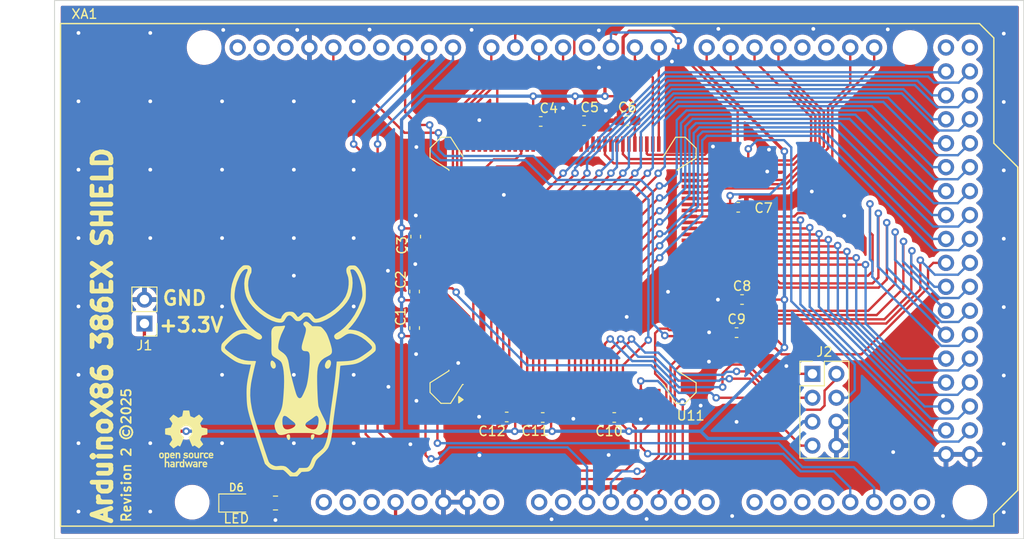
<source format=kicad_pcb>
(kicad_pcb (version 20240108) (generator "pcbnew") (generator_version "8.0")
  (title_block (title "Arduino386EX Shield") (date "2025-08-25") (rev "1"))
  (layers (0 "F.Cu" signal) (31 "B.Cu" signal) (34 "B.Paste" user) (35 "F.Paste" user) (36 "B.SilkS" user "B.Silkscreen") (37 "F.SilkS" user "F.Silkscreen") (38 "B.Mask" user) (39 "F.Mask" user) (44 "Edge.Cuts" user))
  (net 0 "")
  (net 2 "INTR")
  (net 3 "NMI")
  (net 4 "HOLD")
  (net 10 "GND")
  (net 11 "RESET")
  (net 12 "CLOCK")
  (net 14 "+3.3V")
  (net 17 "/D6_A")
  (net 18 "/D7_A")
  (net 19 "/D1_A")
  (net 20 "/D0_A")
  (net 21 "/D5_A")
  (net 22 "/D4_A")
  (net 23 "/D2_A")
  (net 24 "/D3_A")
  (net 25 "/D8_A")
  (net 26 "/D15_A")
  (net 27 "/D12_A")
  (net 28 "/D14_A")
  (net 29 "/D13_A")
  (net 30 "/D10_A")
  (net 31 "/D11_A")
  (net 32 "/D9_A")
  (net 33 "/A4_A")
  (net 34 "/A5_A")
  (net 35 "/A2_A")
  (net 36 "/A7_A")
  (net 37 "/A1_A")
  (net 38 "/A6_A")
  (net 39 "/A0_A")
  (net 40 "/A3_A")
  (net 41 "/A8_A")
  (net 42 "/A15_A")
  (net 43 "/A9_A")
  (net 44 "/A13_A")
  (net 45 "/A14_A")
  (net 46 "/A12_A")
  (net 47 "/A11_A")
  (net 48 "/A10_A")
  (net 49 "/A16_A")
  (net 50 "/A19_A")
  (net 51 "/A18_A")
  (net 52 "/A17_A")
  (net 53 "HLDA_A")
  (net 54 "/A23_A")
  (net 55 "/A22_A")
  (net 56 "/A21_A")
  (net 57 "/A20_A")
  (net 58 "~{LOCK}_A")
  (net 59 "~{BHE}_A")
  (net 60 "Net-(D6-A)")
  (net 64 "LOCK")
  (net 70 "TCK")
  (net 72 "TMS")
  (net 75 "ADS")
  (net 76 "TDO")
  (net 85 "TRST")
  (net 86 "D{slash}~{C}")
  (net 91 "TDI")
  (net 108 "W{slash}~{R}")
  (net 116 "+3.3VP")
  (net 117 "READY")
  (net 119 "RD")
  (net 120 "WR")
  (net 121 "BUSY")
  (net 122 "BS8")
  (net 129 "M{slash}~{IO}")
  (net 131 "SMI")
  (net 132 "SMIACT")
  (footprint "Capacitor_SMD:C_0603_1608Metric_Pad1.08x0.95mm_HandSolder" (layer "F.Cu") (at 175.26 102.567462)
    (property "Reference" "C9")
    (property "Value" "C" (hide yes))
  )
  (footprint "Connector_PinHeader_2.54mm:PinHeader_1x02_P2.54mm_Vertical" (layer "F.Cu") (at 112.408659 101.6 180)
    (property "Reference" "J1")
    (property "Value" "Conn_01x02_Pin" (hide yes))
  )
  (footprint "cow:cow" (layer "F.Cu") (at 128.807713 106.692168)
    (property "Reference" "G***" (hide yes))
    (property "Value" "LOGO" (hide yes))
  )
  (footprint "Capacitor_SMD:C_0603_1608Metric_Pad1.08x0.95mm_HandSolder" (layer "F.Cu") (at 175.435113 89.263147 180)
    (property "Reference" "C7")
    (property "Value" "C" (hide yes))
  )
  (footprint "Capacitor_SMD:C_0603_1608Metric_Pad1.08x0.95mm_HandSolder" (layer "F.Cu") (at 162.277228 111.568923)
    (property "Reference" "C10")
    (property "Value" "C" (hide yes))
  )
  (footprint "Resistor_SMD:R_0805_2012Metric_Pad1.20x1.40mm_HandSolder" (layer "F.Cu") (at 126.321949 120.65 180)
    (property "Reference" "R6" (hide yes))
    (property "Value" "750Ω" (hide yes))
  )
  (footprint "Package_QFP:PQFP-132_24x24mm_P0.635mm_i386" (layer "F.Cu") (at 156.845 95.95 90)
    (property "Reference" "U11")
    (property "Value" "I386EX_PQFP")
  )
  (footprint "Capacitor_SMD:C_0603_1608Metric_Pad1.08x0.95mm_HandSolder" (layer "F.Cu") (at 159.070028 80.066439 180)
    (property "Reference" "C5")
    (property "Value" "C" (hide yes))
  )
  (footprint "Capacitor_SMD:C_0603_1608Metric_Pad1.08x0.95mm_HandSolder" (layer "F.Cu") (at 163.651172 80.072711)
    (property "Reference" "C6")
    (property "Value" "C" (hide yes))
  )
  (footprint "Arduino_Library:Arduino_Mega2560_Shield" (layer "F.Cu") (at 103.505 123.1025)
    (property "Reference" "XA1")
    (property "Value" "Arduino_Mega2560_Shield")
  )
  (footprint "Capacitor_SMD:C_0603_1608Metric_Pad1.08x0.95mm_HandSolder" (layer "F.Cu") (at 150.863151 111.51731)
    (property "Reference" "C12")
    (property "Value" "C" (hide yes))
  )
  (footprint "Capacitor_SMD:C_0603_1608Metric_Pad1.08x0.95mm_HandSolder" (layer "F.Cu") (at 154.472701 80.151201 180)
    (property "Reference" "C4")
    (property "Value" "C" (hide yes))
  )
  (footprint "Capacitor_SMD:C_0603_1608Metric_Pad1.08x0.95mm_HandSolder" (layer "F.Cu") (at 175.840001 99.052312)
    (property "Reference" "C8")
    (property "Value" "C" (hide yes))
  )
  (footprint "Symbol:OSHW-Logo_5.7x6mm_SilkScreen" (layer "F.Cu") (at 116.842407 113.842654)
    (property "Reference" "REF**" (hide yes))
    (property "Value" "OSHW-Logo_5.7x6mm_SilkScreen" (hide yes))
  )
  (footprint "LED_SMD:LED_0805_2012Metric_Pad1.15x1.40mm_HandSolder" (layer "F.Cu") (at 122.165 120.65)
    (property "Reference" "D6")
    (property "Value" "LED")
  )
  (footprint "Capacitor_SMD:C_0603_1608Metric_Pad1.08x0.95mm_HandSolder" (layer "F.Cu") (at 154.685231 111.572767)
    (property "Reference" "C11")
    (property "Value" "C" (hide yes))
  )
  (footprint "Capacitor_SMD:C_0603_1608Metric_Pad1.08x0.95mm_HandSolder" (layer "F.Cu") (at 141.082879 98.20369 -90)
    (property "Reference" "C2")
    (property "Value" "C" (hide yes))
  )
  (footprint "Connector_PinHeader_2.54mm:PinHeader_2x04_P2.54mm_Vertical" (layer "F.Cu") (at 183.311512 106.937437)
    (property "Reference" "J2")
    (property "Value" "JTAG")
  )
  (footprint "Capacitor_SMD:C_0603_1608Metric_Pad1.08x0.95mm_HandSolder" (layer "F.Cu") (at 141.089184 102.076482 -90)
    (property "Reference" "C1")
    (property "Value" "C" (hide yes))
  )
  (footprint "Capacitor_SMD:C_0603_1608Metric_Pad1.08x0.95mm_HandSolder" (layer "F.Cu") (at 141.201828 92.374597 90)
    (property "Reference" "C3")
    (property "Value" "C" (hide yes))
  )
  (gr_rect (start 102.87 67.31) (end 205.74 124.46) (stroke (width 0.1)) (fill none) (layer "Edge.Cuts"))
  (gr_text "ArduinoX86 386EX SHIELD" (at 107.95 102.87 90) (layer "F.SilkS") (effects (font (size 2 2) (thickness 0.5))))
  (gr_text "Revision 2 ©2025" (at 110.49 115.57 90) (layer "F.SilkS") (effects (font (size 1 1) (thickness 0.1875))))
  (gr_text "+3.3V" (at 113.822308 102.627036 0) (layer "F.SilkS") (effects (font (size 1.5 1.5) (thickness 0.3) (bold yes)) (justify left bottom)))
  (gr_text "GND" (at 114.180577 99.784772 0) (layer "F.SilkS") (effects (font (size 1.5 1.5) (thickness 0.3) (bold yes)) (justify left bottom)))
  (segment (start 143.51 114.3) (end 143.51 110.49) (width 0.25) (layer "F.Cu") (net 3))
  (segment (start 149.502033 84.177967) (end 151.794533 84.177967) (width 0.25) (layer "F.Cu") (net 3))
  (segment (start 143.51 110.49) (end 147.32 106.68) (width 0.25) (layer "F.Cu") (net 3))
  (segment (start 147.32 106.68) (end 147.32 86.36) (width 0.25) (layer "F.Cu") (net 3))
  (segment (start 152.4 83.5725) (end 152.4 82.55) (width 0.25) (layer "F.Cu") (net 3))
  (segment (start 151.794533 84.177967) (end 152.4 83.5725) (width 0.25) (layer "F.Cu") (net 3))
  (segment (start 147.32 86.36) (end 149.502033 84.177967) (width 0.25) (layer "F.Cu") (net 3))
  (via (at 143.51 114.3) (size 0.8) (drill 0.4) (layers "F.Cu" "B.Cu") (net 3))
  (segment (start 182.257435 116.84) (end 187.68625 116.84) (width 0.25) (layer "B.Cu") (net 3))
  (segment (start 179.717435 114.3) (end 182.257435 116.84) (width 0.25) (layer "B.Cu") (net 3))
  (segment (start 143.51 114.3) (end 179.717435 114.3) (width 0.25) (layer "B.Cu") (net 3))
  (segment (start 187.68625 116.84) (end 189.865 119.01875) (width 0.25) (layer "B.Cu") (net 3))
  (segment (start 189.865 119.01875) (end 189.865 120.5625) (width 0.25) (layer "B.Cu") (net 3))
  (segment (start 172.347546 102.534152) (end 172.380856 102.567462) (width 0.25) (layer "F.Cu") (net 10))
  (segment (start 172.708771 98.49) (end 170.245 98.49) (width 0.25) (layer "F.Cu") (net 10))
  (segment (start 171.526446 104.84) (end 170.245 104.84) (width 0.25) (layer "F.Cu") (net 10))
  (segment (start 141.158445 95.290941) (end 141.817504 95.95) (width 0.25) (layer "F.Cu") (net 10))
  (segment (start 157.932984 111.708387) (end 156.845 110.620403) (width 0.25) (layer "F.Cu") (net 10))
  (segment (start 173.284625 99.06) (end 173.281698 99.062927) (width 0.25) (layer "F.Cu") (net 10))
  (segment (start 167.523212 83.689288) (end 167.52 83.6925) (width 0.25) (layer "F.Cu") (net 10))
  (segment (start 178.513325 85.465491) (end 178.068816 85.91) (width 0.25) (layer "F.Cu") (net 10))
  (segment (start 147.955 111.47356) (end 147.955 109.35) (width 0.25) (layer "F.Cu") (net 10))
  (segment (start 165.1 111.754429) (end 165.735 111.119429) (width 0.25) (layer "F.Cu") (net 10))
  (segment (start 167.52 83.6925) (end 165.855 83.6925) (width 0.25) (layer "F.Cu") (net 10))
  (segment (start 171.878624 83.689288) (end 167.523212 83.689288) (width 0.25) (layer "F.Cu") (net 10))
  (segment (start 165.735 111.119429) (end 165.735 109.35) (width 0.25) (layer "F.Cu") (net 10))
  (segment (start 178.068816 85.91) (end 173.267792 85.91) (width 0.25) (layer "F.Cu") (net 10))
  (segment (start 173.267792 85.91) (end 172.117792 87.06) (width 0.25) (layer "F.Cu") (net 10))
  (segment (start 172.75344 82.814472) (end 171.878624 83.689288) (width 0.25) (layer "F.Cu") (net 10))
  (segment (start 143.445 90.87) (end 142.3775 90.87) (width 0.25) (layer "F.Cu") (net 10))
  (segment (start 165.855 83.6925) (end 165.735 83.5725) (width 0.25) (layer "F.Cu") (net 10))
  (segment (start 156.843584 78.727457) (end 156.845 78.728873) (width 0.25) (layer "F.Cu") (net 10))
  (segment (start 156.845 78.728873) (end 156.845 82.55) (width 0.25) (layer "F.Cu") (net 10))
  (segment (start 172.329897 105.643451) (end 171.526446 104.84) (width 0.25) (layer "F.Cu") (net 10))
  (segment (start 147.955 80.01) (end 147.955 82.55) (width 0.25) (layer "F.Cu") (net 10))
  (segment (start 174.969813 99.06) (end 173.284625 99.06) (width 0.25) (layer "F.Cu") (net 10))
  (segment (start 141.246591 104.84) (end 141.24245 104.844141) (width 0.25) (layer "F.Cu") (net 10))
  (segment (start 156.845 110.620403) (end 156.845 109.35) (width 0.25) (layer "F.Cu") (net 10))
  (segment (start 172.380856 102.567462) (end 174.3975 102.567462) (width 0.25) (layer "F.Cu") (net 10))
  (segment (start 173.281698 99.062927) (end 172.708771 98.49) (width 0.25) (layer "F.Cu") (net 10))
  (segment (start 142.3775 90.87) (end 141.690113 90.182613) (width 0.25) (layer "F.Cu") (net 10))
  (segment (start 141.690113 90.182613) (end 141.240175 90.182613) (width 0.25) (layer "F.Cu") (net 10))
  (segment (start 141.817504 95.95) (end 143.445 95.95) (width 0.25) (layer "F.Cu") (net 10))
  (segment (start 143.445 104.84) (end 141.246591 104.84) (width 0.25) (layer "F.Cu") (net 10))
  (segment (start 147.933013 111.495547) (end 147.955 111.47356) (width 0.25) (layer "F.Cu") (net 10))
  (segment (start 174.977501 99.052312) (end 174.969813 99.06) (width 0.25) (layer "F.Cu") (net 10))
  (segment (start 172.117792 87.06) (end 170.245 87.06) (width 0.25) (layer "F.Cu") (net 10))
  (segment (start 165.735 83.5725) (end 165.735 82.55) (width 0.25) (layer "F.Cu") (net 10))
  (via (at 113.03 70.757148) (size 0.8) (drill 0.4) (layers "F.Cu" "B.Cu") (net 10))
  (via (at 128.27 96.52) (size 0.8) (drill 0.4) (layers "F.Cu" "B.Cu") (net 10))
  (via (at 180.54427 106.111565) (size 0.8) (drill 0.4) (layers "F.Cu" "B.Cu") (net 10))
  (via (at 105.41 107.042858) (size 0.8) (drill 0.4) (layers "F.Cu" "B.Cu") (net 10))
  (via (at 120.65 107.042858) (size 0.8) (drill 0.4) (layers "F.Cu" "B.Cu") (net 10))
  (via (at 138.254911 95.997757) (size 0.8) (drill 0.4) (layers "F.Cu" "B.Cu") (net 10))
  (via (at 165.710951 122.341193) (size 0.8) (drill 0.4) (layers "F.Cu" "B.Cu") (net 10))
  (via (at 141.24245 104.844141) (size 0.8) (drill 0.4) (layers "F.Cu" "B.Cu") (net 10))
  (via (at 113.03 78.01429) (size 0.8) (drill 0.4) (layers "F.Cu" "B.Cu") (net 10))
  (via (at 128.27 114.3) (size 0.8) (drill 0.4) (layers "F.Cu" "B.Cu") (net 10))
  (via (at 134.62 78.01429) (size 0.8) (drill 0.4) (layers "F.Cu" "B.Cu") (net 10))
  (via (at 128.27 107.042858) (size 0.8) (drill 0.4) (layers "F.Cu" "B.Cu") (net 10))
  (via (at 174.790694 122.02928) (size 0.8) (drill 0.4) (layers "F.Cu" "B.Cu") (net 10))
  (via (at 203.619894 107.11226) (size 0.8) (drill 0.4) (layers "F.Cu" "B.Cu") (net 10))
  (via (at 173.325814 70.327443) (size 0.8) (drill 0.4) (layers "F.Cu" "B.Cu") (net 10))
  (via (at 175.25879 112.036619) (size 0.8) (drill 0.4) (layers "F.Cu" "B.Cu") (net 10))
  (via (at 161.682135 115.553594) (size 0.8) (drill 0.4) (layers "F.Cu" "B.Cu") (net 10))
  (via (at 120.65 99.785716) (size 0.8) (drill 0.4) (layers "F.Cu" "B.Cu") (net 10))
  (via (at 113.03 121.557148) (size 0.8) (drill 0.4) (layers "F.Cu" "B.Cu") (net 10))
  (via (at 173.281698 99.062927) (size 0.8) (drill 0.4) (layers "F.Cu" "B.Cu") (net 10))
  (via (at 128.626843 70.438497) (size 0.8) (drill 0.4) (layers "F.Cu" "B.Cu") (net 10))
  (via (at 105.41 114.3) (size 0.8) (drill 0.4) (layers "F.Cu" "B.Cu") (net 10))
  (via (at 141.275195 82.866083) (size 0.8) (drill 0.4) (layers "F.Cu" "B.Cu") (net 10))
  (via (at 171.447967 110.309442) (size 0.8) (drill 0.4) (layers "F.Cu" "B.Cu") (net 10))
  (via (at 156.843584 78.727457) (size 0.8) (drill 0.4) (layers "F.Cu" "B.Cu") (net 10))
  (via (at 138.307756 108.316583) (size 0.8) (drill 0.4) (layers "F.Cu" "B.Cu") (net 10))
  (via (at 105.41 92.528574) (size 0.8) (drill 0.4) (layers "F.Cu" "B.Cu") (net 10))
  (via (at 141.214236 90.130735) (size 0.8) (drill 0.4) (layers "F.Cu" "B.Cu") (net 10))
  (via (at 172.347546 102.534152) (size 0.8) (drill 0.4) (layers "F.Cu" "B.Cu") (net 10))
  (via (at 203.619894 99.855118) (size 0.8) (drill 0.4) (layers "F.Cu" "B.Cu") (net 10))
  (via (at 105.41 70.757148) (size 0.8) (drill 0.4) (layers "F.Cu" "B.Cu") (net 10))
  (via (at 183.241744 87.585622) (size 0.8) (drill 0.4) (layers "F.Cu" "B.Cu") (net 10))
  (via (at 128.27 92.528574) (size 0.8) (drill 0.4) (layers "F.Cu" "B.Cu") (net 10))
  (via (at 120.775555 70.438497) (size 0.8) (drill 0.4) (layers "F.Cu" "B.Cu") (net 10))
  (via (at 191.309508 70.380492) (size 0.8) (drill 0.4) (layers "F.Cu" "B.Cu") (net 10))
  (via (at 105.41 121.557148) (size 0.8) (drill 0.4) (layers "F.Cu" "B.Cu") (net 10))
  (via (at 197.169338 122.02928) (size 0.8) (drill 0.4) (layers "F.Cu" "B.Cu") (net 10))
  (via (at 141.158445 95.290941) (size 0.8) (drill 0.4) (layers "F.Cu" "B.Cu") (net 10))
  (via (at 120.65 78.01429) (size 0.8) (drill 0.4) (layers "F.Cu" "B.Cu") (net 10))
  (via (at 105.41 85.271432) (size 0.8) (drill 0.4) (layers "F.Cu" "B.Cu") (net 10))
  (via (at 120.65 85.271432) (size 0.8) (drill 0.4) (layers "F.Cu" "B.Cu") (net 10))
  (via (at 203.619894 78.083692) (size 0.8) (drill 0.4) (layers "F.Cu" "B.Cu") (net 10))
  (via (at 147.966831 115.582776) (size 0.8) (drill 0.4) (layers "F.Cu" "B.Cu") (net 10))
  (via (at 120.65 114.3) (size 0.8) (drill 0.4) (layers "F.Cu" "B.Cu") (net 10))
  (via (at 161.381032 78.99408) (size 0.8) (drill 0.4) (layers "F.Cu" "B.Cu") (net 10))
  (via (at 134.62 99.785716) (size 0.8) (drill 0.4) (layers "F.Cu" "B.Cu") (net 10))
  (via (at 140.637437 114.413096) (size 0.8) (drill 0.4) (layers "F.Cu" "B.Cu") (net 10))
  (via (at 134.62 107.042858) (size 0.8) (drill 0.4) (layers "F.Cu" "B.Cu") (net 10))
  (via (at 203.619894 85.340834) (size 0.8) (drill 0.4) (layers "F.Cu" "B.Cu") (net 10))
  (via (at 126.314429 122.456332) (size 0.8) (drill 0.4) (layers "F.Cu" "B.Cu") (net 10))
  (via (at 120.65 92.528574) (size 0.8) (drill 0.4) (layers "F.Cu" "B.Cu") (net 10))
  (via (at 134.62 85.271432) (size 0.8) (drill 0.4) (layers "F.Cu" "B.Cu") (net 10))
  (via (at 165.1 111.754429) (size 0.8) (drill 0.4) (layers "F.Cu" "B.Cu") (net 10))
  (via (at 160.644019 70.48493) (size 0.8) (drill 0.4) (layers "F.Cu" "B.Cu") (net 10))
  (via (at 147.955 80.01) (size 0.8) (drill 0.4) (layers "F.Cu" "B.Cu") (net 10))
  (via (at 203.619894 92.597976) (size 0.8) (drill 0.4) (layers "F.Cu" "B.Cu") (net 10))
  (via (at 178.513325 85.465491) (size 0.8) (drill 0.4) (layers "F.Cu" "B.Cu") (net 10))
  (via (at 167.98375 98.230303) (size 0.8) (drill 0.4) (layers "F.Cu" "B.Cu") (net 10))
  (via (at 147.133258 70.430359) (size 0.8) (drill 0.4) (layers "F.Cu" "B.Cu") (net 10))
  (via (at 178.700997 83.139098) (size 0.8) (drill 0.4) (layers "F.Cu" "B.Cu") (net 10))
  (via (at 160.659247 74.43175) (size 0.8) (drill 0.4) (layers "F.Cu" "B.Cu") (net 10))
  (via (at 203.619894 114.369402) (size 0.8) (drill 0.4) (layers "F.Cu" "B.Cu") (net 10))
  (via (at 134.62 92.528574) (size 0.8) (drill 0.4) (layers "F.Cu" "B.Cu") (net 10))
  (via (at 128.27 78.01429) (size 0.8) (drill 0.4) (layers "F.Cu" "B.Cu") (net 10))
  (via (at 155.621203 122.374713) (size 0.8) (drill 0.4) (layers "F.Cu" "B.Cu") (net 10))
  (via (at 186.69 90.17) (size 0.8) (drill 0.4) (layers "F.Cu" "B.Cu") (net 10))
  (via (at 147.933013 111.495547) (size 0.8) (drill 0.4) (layers "F.Cu" "B.Cu") (net 10))
  (via (at 157.932984 111.708387) (size 0.8) (drill 0.4) (layers "F.Cu" "B.Cu") (net 10))
  (via (at 136.3013 70.403131) (size 0.8) (drill 0.4) (layers "F.Cu" "B.Cu") (net 10))
  (via (at 113.03 85.271432) (size 0.8) (drill 0.4) (layers "F.Cu" "B.Cu") (net 10))
  (via (at 105.41 78.01429) (size 0.8) (drill 0.4) (layers "F.Cu" "B.Cu") (net 10))
  (via (at 172.75344 82.814472) (size 0.8) (drill 0.4) (layers "F.Cu" "B.Cu") (net 10))
  (via (at 128.27 85.271432) (size 0.8) (drill 0.4) (layers "F.Cu" "B.Cu") (net 10))
  (via (at 113.03 92.528574) (size 0.8) (drill 0.4) (layers "F.Cu" "B.Cu") (net 10))
  (via (at 134.62 114.3) (size 0.8) (drill 0.4) (layers "F.Cu" "B.Cu") (net 10))
  (via (at 168.395669 73.787662) (size 0.8) (drill 0.4) (layers "F.Cu" "B.Cu") (net 10))
  (via (at 150.557777 87.94287) (size 0.8) (drill 0.4) (layers "F.Cu" "B.Cu") (net 10))
  (via (at 113.03 114.3) (size 0.8) (drill 0.4) (layers "F.Cu" "B.Cu") (net 10))
  (via (at 203.619894 70.82655) (size 0.8) (drill 0.4) (layers "F.Cu" "B.Cu") (net 10))
  (via (at 105.41 99.785716) (size 0.8) (drill 0.4) (layers "F.Cu" "B.Cu") (net 10))
  (via (at 141.27943 109.80242) (size 0.8) (drill 0.4) (layers "F.Cu" "B.Cu") (net 10))
  (via (at 163.597757 100.894805) (size 0.8) (drill 0.4) (layers "F.Cu" "B.Cu") (net 10))
  (via (at 145.715795 105.789116) (size 0.8) (drill 0.4) (layers "F.Cu" "B.Cu") (net 10))
  (via (at 172.329897 105.643451) (size 0.8) (drill 0.4) (layers "F.Cu" "B.Cu") (net 10))
  (via (at 191.881887 115.245374) (size 0.8) (drill 0.4) (layers "F.Cu" "B.Cu") (net 10))
  (via (at 203.619894 121.62655) (size 0.8) (drill 0.4) (layers "F.Cu" "B.Cu") (net 10))
  (via (at 183.405171 70.327443) (size 0.8) (drill 0.4) (layers "F.Cu" "B.Cu") (net 10))
  (segment (start 172.329897 105.643451) (end 172.347546 105.625802) (width 0.25) (layer "B.Cu") (net 10))
  (segment (start 172.347546 105.625802) (end 172.347546 99.997079) (width 0.25) (layer "B.Cu") (net 10))
  (segment (start 172.347546 99.997079) (end 173.281698 99.062927) (width 0.25) (layer "B.Cu") (net 10))
  (segment (start 154.305 74.130128) (end 154.305 72.3025) (width 0.25) (layer "F.Cu") (net 11))
  (segment (start 145.6 91.0525) (end 145.6 79.651764) (width 0.25) (layer "F.Cu") (net 11))
  (segment (start 145.6 79.651764) (end 150.128038 75.123726) (width 0.25) (layer "F.Cu") (net 11))
  (segment (start 143.445 92.14) (end 144.5125 92.14) (width 0.25) (layer "F.Cu") (net 11))
  (segment (start 153.311402 75.123726) (end 154.305 74.130128) (width 0.25) (layer "F.Cu") (net 11))
  (segment (start 144.5125 92.14) (end 145.6 91.0525) (width 0.25) (layer "F.Cu") (net 11))
  (segment (start 150.128038 75.123726) (end 153.311402 75.123726) (width 0.25) (layer "F.Cu") (net 11))
  (segment (start 146.05 79.83816) (end 150.314434 75.573726) (width 0.25) (layer "F.Cu") (net 12))
  (segment (start 143.445 95.315) (end 144.715 95.315) (width 0.25) (layer "F.Cu") (net 12))
  (segment (start 156.845 74.165034) (end 156.845 72.3025) (width 0.25) (layer "F.Cu") (net 12))
  (segment (start 150.314434 75.573726) (end 155.436308 75.573726) (width 0.25) (layer "F.Cu") (net 12))
  (segment (start 146.05 93.98) (end 146.05 79.83816) (width 0.25) (layer "F.Cu") (net 12))
  (segment (start 144.715 95.315) (end 146.05 93.98) (width 0.25) (layer "F.Cu") (net 12))
  (segment (start 155.436308 75.573726) (end 156.845 74.165034) (width 0.25) (layer "F.Cu") (net 12))
  (segment (start 138.304445 122.761119) (end 129.433068 122.761119) (width 0.35) (layer "F.Cu") (net 14))
  (segment (start 139.065 120.5625) (end 139.065 122.000564) (width 0.35) (layer "F.Cu") (net 14))
  (segment (start 139.065 122.000564) (end 138.304445 122.761119) (width 0.35) (layer "F.Cu") (net 14))
  (segment (start 129.433068 122.761119) (end 127.321949 120.65) (width 0.35) (layer "F.Cu") (net 14))
  (segment (start 164.465 85.635) (end 164.465 85.725) (width 0.25) (layer "F.Cu") (net 17))
  (segment (start 164.465 85.725) (end 153.67 96.52) (width 0.25) (layer "F.Cu") (net 17))
  (segment (start 153.67 96.52) (end 153.67 109.35) (width 0.25) (layer "F.Cu") (net 17))
  (via (at 164.465 85.635) (size 0.8) (drill 0.4) (layers "F.Cu" "B.Cu") (net 17))
  (segment (start 165.1 81.288376) (end 168.758376 77.63) (width 0.25) (layer "B.Cu") (net 17))
  (segment (start 164.465 85.635) (end 165.1 85) (width 0.25) (layer "B.Cu") (net 17))
  (segment (start 165.1 85) (end 165.1 81.288376) (width 0.25) (layer "B.Cu") (net 17))
  (segment (start 196.176347 82.4625) (end 197.485 82.4625) (width 0.25) (layer "B.Cu") (net 17))
  (segment (start 168.758376 77.63) (end 191.343847 77.63) (width 0.25) (layer "B.Cu") (net 17))
  (segment (start 191.343847 77.63) (end 196.176347 82.4625) (width 0.25) (layer "B.Cu") (net 17))
  (segment (start 165.791709 85.668291) (end 154.305 97.155) (width 0.25) (layer "F.Cu") (net 18))
  (segment (start 165.791709 85.650997) (end 165.791709 85.668291) (width 0.25) (layer "F.Cu") (net 18))
  (segment (start 154.305 97.155) (end 154.305 109.35) (width 0.25) (layer "F.Cu") (net 18))
  (via (at 165.791709 85.650997) (size 0.8) (drill 0.4) (layers "F.Cu" "B.Cu") (net 18))
  (segment (start 196.479627 83.731969) (end 198.755531 83.731969) (width 0.25) (layer "B.Cu") (net 18))
  (segment (start 198.755531 83.731969) (end 200.025 82.4625) (width 0.25) (layer "B.Cu") (net 18))
  (segment (start 168.944772 78.08) (end 190.827658 78.08) (width 0.25) (layer "B.Cu") (net 18))
  (segment (start 166.37 80.654772) (end 168.944772 78.08) (width 0.25) (layer "B.Cu") (net 18))
  (segment (start 165.791709 85.650997) (end 166.37 85.072706) (width 0.25) (layer "B.Cu") (net 18))
  (segment (start 190.827658 78.08) (end 196.479627 83.731969) (width 0.25) (layer "B.Cu") (net 18))
  (segment (start 166.37 85.072706) (end 166.37 80.654772) (width 0.25) (layer "B.Cu") (net 18))
  (segment (start 149.86 93.98) (end 149.86 109.35) (width 0.25) (layer "F.Cu") (net 19))
  (segment (start 158.115 85.725) (end 149.86 93.98) (width 0.25) (layer "F.Cu") (net 19))
  (segment (start 158.115 85.635) (end 158.115 85.725) (width 0.25) (layer "F.Cu") (net 19))
  (via (at 158.115 85.635) (size 0.8) (drill 0.4) (layers "F.Cu" "B.Cu") (net 19))
  (segment (start 158.115 85.635) (end 158.115 85.091396) (width 0.25) (layer "B.Cu") (net 19))
  (segment (start 198.8364 76.0311) (end 200.025 74.8425) (width 0.25) (layer "B.Cu") (net 19))
  (segment (start 196.2311 76.0311) (end 198.8364 76.0311) (width 0.25) (layer "B.Cu") (net 19))
  (segment (start 195.58 75.38) (end 196.2311 76.0311) (width 0.25) (layer "B.Cu") (net 19))
  (segment (start 158.115 85.091396) (end 167.826396 75.38) (width 0.25) (layer "B.Cu") (net 19))
  (segment (start 167.826396 75.38) (end 195.58 75.38) (width 0.25) (layer "B.Cu") (net 19))
  (segment (start 156.845 85.635) (end 156.845 85.725) (width 0.25) (layer "F.Cu") (net 20))
  (segment (start 156.845 85.725) (end 149.225 93.345) (width 0.25) (layer "F.Cu") (net 20))
  (segment (start 149.225 93.345) (end 149.225 109.35) (width 0.25) (layer "F.Cu") (net 20))
  (via (at 156.845 85.635) (size 0.8) (drill 0.4) (layers "F.Cu" "B.Cu") (net 20))
  (segment (start 197.3975 74.93) (end 197.485 74.8425) (width 0.25) (layer "B.Cu") (net 20))
  (segment (start 167.64 74.93) (end 197.3975 74.93) (width 0.25) (layer "B.Cu") (net 20))
  (segment (start 156.935 85.635) (end 167.64 74.93) (width 0.25) (layer "B.Cu") (net 20))
  (segment (start 156.845 85.635) (end 156.935 85.635) (width 0.25) (layer "B.Cu") (net 20))
  (segment (start 153.035 95.885) (end 153.035 109.35) (width 0.25) (layer "F.Cu") (net 21))
  (segment (start 163.195 85.635) (end 163.195 85.725) (width 0.25) (layer "F.Cu") (net 21))
  (segment (start 163.195 85.725) (end 153.035 95.885) (width 0.25) (layer "F.Cu") (net 21))
  (via (at 163.195 85.635) (size 0.8) (drill 0.4) (layers "F.Cu" "B.Cu") (net 21))
  (segment (start 198.8364 81.1111) (end 200.025 79.9225) (width 0.25) (layer "B.Cu") (net 21))
  (segment (start 192.788862 77.18) (end 196.719962 81.1111) (width 0.25) (layer "B.Cu") (net 21))
  (segment (start 163.83 85) (end 163.83 81.92198) (width 0.25) (layer "B.Cu") (net 21))
  (segment (start 163.195 85.635) (end 163.83 85) (width 0.25) (layer "B.Cu") (net 21))
  (segment (start 163.83 81.92198) (end 168.57198 77.18) (width 0.25) (layer "B.Cu") (net 21))
  (segment (start 168.57198 77.18) (end 192.788862 77.18) (width 0.25) (layer "B.Cu") (net 21))
  (segment (start 196.719962 81.1111) (end 198.8364 81.1111) (width 0.25) (layer "B.Cu") (net 21))
  (segment (start 152.4 95.25) (end 152.4 109.35) (width 0.25) (layer "F.Cu") (net 22))
  (segment (start 161.925 85.635) (end 161.925 85.725) (width 0.25) (layer "F.Cu") (net 22))
  (segment (start 161.925 85.725) (end 152.4 95.25) (width 0.25) (layer "F.Cu") (net 22))
  (via (at 161.925 85.635) (size 0.8) (drill 0.4) (layers "F.Cu" "B.Cu") (net 22))
  (segment (start 162.56 82.555584) (end 168.385584 76.73) (width 0.25) (layer "B.Cu") (net 22))
  (segment (start 192.975258 76.73) (end 196.167758 79.9225) (width 0.25) (layer "B.Cu") (net 22))
  (segment (start 196.167758 79.9225) (end 197.485 79.9225) (width 0.25) (layer "B.Cu") (net 22))
  (segment (start 162.56 85) (end 162.56 82.555584) (width 0.25) (layer "B.Cu") (net 22))
  (segment (start 168.385584 76.73) (end 192.975258 76.73) (width 0.25) (layer "B.Cu") (net 22))
  (segment (start 161.925 85.635) (end 162.56 85) (width 0.25) (layer "B.Cu") (net 22))
  (segment (start 150.495 94.615) (end 150.495 109.35) (width 0.25) (layer "F.Cu") (net 23))
  (segment (start 159.385 85.725) (end 150.495 94.615) (width 0.25) (layer "F.Cu") (net 23))
  (segment (start 159.385 85.635) (end 159.385 85.725) (width 0.25) (layer "F.Cu") (net 23))
  (via (at 159.385 85.635) (size 0.8) (drill 0.4) (layers "F.Cu" "B.Cu") (net 23))
  (segment (start 159.385 85.635) (end 159.385 84.457792) (width 0.25) (layer "B.Cu") (net 23))
  (segment (start 168.012792 75.83) (end 194.458521 75.83) (width 0.25) (layer "B.Cu") (net 23))
  (segment (start 159.385 84.457792) (end 168.012792 75.83) (width 0.25) (layer "B.Cu") (net 23))
  (segment (start 194.458521 75.83) (end 196.011021 77.3825) (width 0.25) (layer "B.Cu") (net 23))
  (segment (start 196.011021 77.3825) (end 197.485 77.3825) (width 0.25) (layer "B.Cu") (net 23))
  (segment (start 151.13 95.25) (end 151.13 109.35) (width 0.25) (layer "F.Cu") (net 24))
  (segment (start 160.655 85.635) (end 160.655 85.725) (width 0.25) (layer "F.Cu") (net 24))
  (segment (start 160.655 85.725) (end 151.13 95.25) (width 0.25) (layer "F.Cu") (net 24))
  (via (at 160.655 85.635) (size 0.8) (drill 0.4) (layers "F.Cu" "B.Cu") (net 24))
  (segment (start 160.655 85.635) (end 162.11 84.18) (width 0.25) (layer "B.Cu") (net 24))
  (segment (start 168.199188 76.28) (end 194.167777 76.28) (width 0.25) (layer "B.Cu") (net 24))
  (segment (start 196.521496 78.633719) (end 198.773781 78.633719) (width 0.25) (layer "B.Cu") (net 24))
  (segment (start 162.11 84.18) (end 162.11 82.369188) (width 0.25) (layer "B.Cu") (net 24))
  (segment (start 198.773781 78.633719) (end 200.025 77.3825) (width 0.25) (layer "B.Cu") (net 24))
  (segment (start 194.167777 76.28) (end 196.521496 78.633719) (width 0.25) (layer "B.Cu") (net 24))
  (segment (start 162.11 82.369188) (end 168.199188 76.28) (width 0.25) (layer "B.Cu") (net 24))
  (segment (start 166.932891 85.797109) (end 154.94 97.79) (width 0.25) (layer "F.Cu") (net 25))
  (segment (start 166.932891 85.652891) (end 166.932891 85.797109) (width 0.25) (layer "F.Cu") (net 25))
  (segment (start 154.94 97.79) (end 154.94 109.35) (width 0.25) (layer "F.Cu") (net 25))
  (via (at 166.932891 85.652891) (size 0.8) (drill 0.4) (layers "F.Cu" "B.Cu") (net 25))
  (segment (start 189.611521 78.53) (end 196.084021 85.0025) (width 0.25) (layer "B.Cu") (net 25))
  (segment (start 169.131168 78.53) (end 189.611521 78.53) (width 0.25) (layer "B.Cu") (net 25))
  (segment (start 167.64 80.021168) (end 169.131168 78.53) (width 0.25) (layer "B.Cu") (net 25))
  (segment (start 166.932891 85.652891) (end 167.64 84.945782) (width 0.25) (layer "B.Cu") (net 25))
  (segment (start 167.64 84.945782) (end 167.64 80.021168) (width 0.25) (layer "B.Cu") (net 25))
  (segment (start 196.084021 85.0025) (end 197.485 85.0025) (width 0.25) (layer "B.Cu") (net 25))
  (segment (start 167.005 94.615) (end 160.655 100.965) (width 0.25) (layer "F.Cu") (net 26))
  (segment (start 160.655 100.965) (end 160.655 109.35) (width 0.25) (layer "F.Cu") (net 26))
  (segment (start 167.095 94.615) (end 167.005 94.615) (width 0.25) (layer "F.Cu") (net 26))
  (via (at 167.095 94.615) (size 0.8) (drill 0.4) (layers "F.Cu" "B.Cu") (net 26))
  (segment (start 167.095 94.525) (end 171.61 90.01) (width 0.25) (layer "B.Cu") (net 26))
  (segment (start 198.8364 93.8111) (end 200.025 92.6225) (width 0.25) (layer "B.Cu") (net 26))
  (segment (start 196.207668 93.8111) (end 198.8364 93.8111) (width 0.25) (layer "B.Cu") (net 26))
  (segment (start 167.095 94.615) (end 167.095 94.525) (width 0.25) (layer "B.Cu") (net 26))
  (segment (start 171.61 90.01) (end 171.61 82.164913) (width 0.25) (layer "B.Cu") (net 26))
  (segment (start 171.61 82.164913) (end 172.094913 81.68) (width 0.25) (layer "B.Cu") (net 26))
  (segment (start 172.094913 81.68) (end 184.076568 81.68) (width 0.25) (layer "B.Cu") (net 26))
  (segment (start 184.076568 81.68) (end 196.207668 93.8111) (width 0.25) (layer "B.Cu") (net 26))
  (segment (start 158.75 99.06) (end 158.75 109.35) (width 0.25) (layer "F.Cu") (net 27))
  (segment (start 167.095 90.805) (end 167.005 90.805) (width 0.25) (layer "F.Cu") (net 27))
  (segment (start 167.005 90.805) (end 158.75 99.06) (width 0.25) (layer "F.Cu") (net 27))
  (via (at 167.095 90.805) (size 0.8) (drill 0.4) (layers "F.Cu" "B.Cu") (net 27))
  (segment (start 170.26 81.024296) (end 170.954296 80.33) (width 0.25) (layer "B.Cu") (net 27))
  (segment (start 186.258521 80.33) (end 196.011021 90.0825) (width 0.25) (layer "B.Cu") (net 27))
  (segment (start 170.954296 80.33) (end 186.258521 80.33) (width 0.25) (layer "B.Cu") (net 27))
  (segment (start 196.011021 90.0825) (end 197.485 90.0825) (width 0.25) (layer "B.Cu") (net 27))
  (segment (start 170.26 87.938909) (end 170.26 81.024296) (width 0.25) (layer "B.Cu") (net 27))
  (segment (start 167.393909 90.805) (end 170.26 87.938909) (width 0.25) (layer "B.Cu") (net 27))
  (segment (start 167.095 90.805) (end 167.393909 90.805) (width 0.25) (layer "B.Cu") (net 27))
  (segment (start 167.005 93.345) (end 160.02 100.33) (width 0.25) (layer "F.Cu") (net 28))
  (segment (start 167.095 93.345) (end 167.005 93.345) (width 0.25) (layer "F.Cu") (net 28))
  (segment (start 160.02 100.33) (end 160.02 109.35) (width 0.25) (layer "F.Cu") (net 28))
  (via (at 167.095 93.345) (size 0.8) (drill 0.4) (layers "F.Cu" "B.Cu") (net 28))
  (segment (start 167.095 93.255) (end 171.16 89.19) (width 0.25) (layer "B.Cu") (net 28))
  (segment (start 184.678639 81.23) (end 196.071139 92.6225) (width 0.25) (layer "B.Cu") (net 28))
  (segment (start 167.095 93.345) (end 167.095 93.255) (width 0.25) (layer "B.Cu") (net 28))
  (segment (start 196.071139 92.6225) (end 197.485 92.6225) (width 0.25) (layer "B.Cu") (net 28))
  (segment (start 171.16 81.727452) (end 171.657452 81.23) (width 0.25) (layer "B.Cu") (net 28))
  (segment (start 171.657452 81.23) (end 184.678639 81.23) (width 0.25) (layer "B.Cu") (net 28))
  (segment (start 171.16 89.19) (end 171.16 81.727452) (width 0.25) (layer "B.Cu") (net 28))
  (segment (start 159.385 99.695) (end 159.385 109.35) (width 0.25) (layer "F.Cu") (net 29))
  (segment (start 167.005 92.075) (end 159.385 99.695) (width 0.25) (layer "F.Cu") (net 29))
  (segment (start 167.095 92.075) (end 167.005 92.075) (width 0.25) (layer "F.Cu") (net 29))
  (via (at 167.095 92.075) (size 0.8) (drill 0.4) (layers "F.Cu" "B.Cu") (net 29))
  (segment (start 167.638604 92.075) (end 170.71 89.003604) (width 0.25) (layer "B.Cu") (net 29))
  (segment (start 196.139315 91.305807) (end 198.801693 91.305807) (width 0.25) (layer "B.Cu") (net 29))
  (segment (start 170.71 81.386396) (end 171.316396 80.78) (width 0.25) (layer "B.Cu") (net 29))
  (segment (start 167.095 92.075) (end 167.638604 92.075) (width 0.25) (layer "B.Cu") (net 29))
  (segment (start 170.71 89.003604) (end 170.71 81.386396) (width 0.25) (layer "B.Cu") (net 29))
  (segment (start 185.613508 80.78) (end 196.139315 91.305807) (width 0.25) (layer "B.Cu") (net 29))
  (segment (start 171.316396 80.78) (end 185.613508 80.78) (width 0.25) (layer "B.Cu") (net 29))
  (segment (start 198.801693 91.305807) (end 200.025 90.0825) (width 0.25) (layer "B.Cu") (net 29))
  (segment (start 167.095 88.265) (end 167.005 88.265) (width 0.25) (layer "F.Cu") (net 30))
  (segment (start 167.005 88.265) (end 157.48 97.79) (width 0.25) (layer "F.Cu") (net 30))
  (segment (start 157.48 97.79) (end 157.48 109.35) (width 0.25) (layer "F.Cu") (net 30))
  (via (at 167.095 88.265) (size 0.8) (drill 0.4) (layers "F.Cu" "B.Cu") (net 30))
  (segment (start 187.870608 79.43) (end 195.983108 87.5425) (width 0.25) (layer "B.Cu") (net 30))
  (segment (start 167.095 88.265) (end 167.573618 88.265) (width 0.25) (layer "B.Cu") (net 30))
  (segment (start 170.265454 79.43) (end 187.870608 79.43) (width 0.25) (layer "B.Cu") (net 30))
  (segment (start 169.36 86.478618) (end 169.36 80.335454) (width 0.25) (layer "B.Cu") (net 30))
  (segment (start 169.36 80.335454) (end 170.265454 79.43) (width 0.25) (layer "B.Cu") (net 30))
  (segment (start 167.573618 88.265) (end 169.36 86.478618) (width 0.25) (layer "B.Cu") (net 30))
  (segment (start 195.983108 87.5425) (end 197.485 87.5425) (width 0.25) (layer "B.Cu") (net 30))
  (segment (start 167.095 89.62913) (end 166.91087 89.62913) (width 0.25) (layer "F.Cu") (net 31))
  (segment (start 158.115 98.425) (end 158.115 109.35) (width 0.25) (layer "F.Cu") (net 31))
  (segment (start 166.91087 89.62913) (end 158.115 98.425) (width 0.25) (layer "F.Cu") (net 31))
  (via (at 167.095 89.62913) (size 0.8) (drill 0.4) (layers "F.Cu" "B.Cu") (net 31))
  (segment (start 196.203727 88.825925) (end 198.741575 88.825925) (width 0.25) (layer "B.Cu") (net 31))
  (segment (start 187.257802 79.88) (end 196.203727 88.825925) (width 0.25) (layer "B.Cu") (net 31))
  (segment (start 169.81 87.245299) (end 169.81 80.672718) (width 0.25) (layer "B.Cu") (net 31))
  (segment (start 170.602718 79.88) (end 187.257802 79.88) (width 0.25) (layer "B.Cu") (net 31))
  (segment (start 167.426169 89.62913) (end 169.81 87.245299) (width 0.25) (layer "B.Cu") (net 31))
  (segment (start 169.81 80.672718) (end 170.602718 79.88) (width 0.25) (layer "B.Cu") (net 31))
  (segment (start 198.741575 88.825925) (end 200.025 87.5425) (width 0.25) (layer "B.Cu") (net 31))
  (segment (start 167.095 89.62913) (end 167.426169 89.62913) (width 0.25) (layer "B.Cu") (net 31))
  (segment (start 167.009832 86.990168) (end 156.21 97.79) (width 0.25) (layer "F.Cu") (net 32))
  (segment (start 156.21 97.79) (end 156.21 109.35) (width 0.25) (layer "F.Cu") (net 32))
  (segment (start 167.069339 86.990168) (end 167.009832 86.990168) (width 0.25) (layer "F.Cu") (net 32))
  (via (at 167.069339 86.990168) (size 0.8) (drill 0.4) (layers "F.Cu" "B.Cu") (net 32))
  (segment (start 167.069339 86.990168) (end 167.643436 86.990168) (width 0.25) (layer "B.Cu") (net 32))
  (segment (start 168.91 85.723604) (end 168.91 80.007208) (width 0.25) (layer "B.Cu") (net 32))
  (segment (start 188.998715 78.98) (end 196.300346 86.281631) (width 0.25) (layer "B.Cu") (net 32))
  (segment (start 196.300346 86.281631) (end 198.745869 86.281631) (width 0.25) (layer "B.Cu") (net 32))
  (segment (start 169.937208 78.98) (end 188.998715 78.98) (width 0.25) (layer "B.Cu") (net 32))
  (segment (start 167.643436 86.990168) (end 168.91 85.723604) (width 0.25) (layer "B.Cu") (net 32))
  (segment (start 168.91 80.007208) (end 169.937208 78.98) (width 0.25) (layer "B.Cu") (net 32))
  (segment (start 198.745869 86.281631) (end 200.025 85.0025) (width 0.25) (layer "B.Cu") (net 32))
  (segment (start 192.081397 91.818882) (end 192.122588 91.860073) (width 0.25) (layer "F.Cu") (net 33))
  (segment (start 172.154188 99.125) (end 170.245 99.125) (width 0.25) (layer "F.Cu") (net 33))
  (segment (start 173.279188 100.25) (end 172.154188 99.125) (width 0.25) (layer "F.Cu") (net 33))
  (segment (start 192.122588 97.357412) (end 189.23 100.25) (width 0.25) (layer "F.Cu") (net 33))
  (segment (start 192.122588 91.860073) (end 192.122588 97.357412) (width 0.25) (layer "F.Cu") (net 33))
  (segment (start 189.23 100.25) (end 173.279188 100.25) (width 0.25) (layer "F.Cu") (net 33))
  (via (at 192.088641 91.888453) (size 0.8) (drill 0.4) (layers "F.Cu" "B.Cu") (net 33))
  (segment (start 192.081397 94.838897) (end 197.485 100.2425) (width 0.25) (layer "B.Cu") (net 33))
  (segment (start 192.081397 91.818882) (end 192.081397 94.838897) (width 0.25) (layer "B.Cu") (net 33))
  (segment (start 190.341788 97.79) (end 179.706396 97.79) (width 0.25) (layer "F.Cu") (net 34))
  (segment (start 191.240802 90.775386) (end 191.211816 90.804372) (width 0.25) (layer "F.Cu") (net 34))
  (segment (start 179.706396 97.79) (end 179.136396 97.22) (width 0.25) (layer "F.Cu") (net 34))
  (segment (start 191.211816 96.919972) (end 190.341788 97.79) (width 0.25) (layer "F.Cu") (net 34))
  (segment (start 179.136396 97.22) (end 170.245 97.22) (width 0.25) (layer "F.Cu") (net 34))
  (segment (start 191.211816 90.804372) (end 191.211816 96.919972) (width 0.25) (layer "F.Cu") (net 34))
  (via (at 191.197322 90.892302) (size 0.8) (drill 0.4) (layers "F.Cu" "B.Cu") (net 34))
  (segment (start 196.992665 101.4311) (end 198.8364 101.4311) (width 0.25) (layer "B.Cu") (net 34))
  (segment (start 198.8364 101.4311) (end 200.025 100.2425) (width 0.25) (layer "B.Cu") (net 34))
  (segment (start 191.240802 95.679237) (end 196.992665 101.4311) (width 0.25) (layer "B.Cu") (net 34))
  (segment (start 191.240802 90.775386) (end 191.240802 95.679237) (width 0.25) (layer "B.Cu") (net 34))
  (segment (start 193.803777 98.296223) (end 190.95 101.15) (width 0.25) (layer "F.Cu") (net 35))
  (segment (start 172.906396 101.15) (end 172.151396 100.395) (width 0.25) (layer "F.Cu") (net 35))
  (segment (start 190.95 101.15) (end 172.906396 101.15) (width 0.25) (layer "F.Cu") (net 35))
  (segment (start 193.803777 93.744165) (end 193.803777 98.296223) (width 0.25) (layer "F.Cu") (net 35))
  (segment (start 172.151396 100.395) (end 170.245 100.395) (width 0.25) (layer "F.Cu") (net 35))
  (segment (start 193.791571 93.731959) (end 193.803777 93.744165) (width 0.25) (layer "F.Cu") (net 35))
  (via (at 193.871279 93.880755) (size 0.8) (drill 0.4) (layers "F.Cu" "B.Cu") (net 35))
  (segment (start 193.791571 93.731959) (end 193.791571 95.230385) (width 0.25) (layer "B.Cu") (net 35))
  (segment (start 193.791571 95.230385) (end 196.263686 97.7025) (width 0.25) (layer "B.Cu") (net 35))
  (segment (start 196.263686 97.7025) (end 197.485 97.7025) (width 0.25) (layer "B.Cu") (net 35))
  (segment (start 179.709188 96.52) (end 179.139188 95.95) (width 0.25) (layer "F.Cu") (net 36))
  (segment (start 179.139188 95.95) (end 170.245 95.95) (width 0.25) (layer "F.Cu") (net 36))
  (segment (start 189.699146 92.201097) (end 189.699146 96.050854) (width 0.25) (layer "F.Cu") (net 36))
  (segment (start 189.414684 88.9) (end 189.414684 91.916635) (width 0.25) (layer "F.Cu") (net 36))
  (segment (start 189.23 96.52) (end 179.709188 96.52) (width 0.25) (layer "F.Cu") (net 36))
  (segment (start 189.699146 96.050854) (end 189.23 96.52) (width 0.25) (layer "F.Cu") (net 36))
  (segment (start 189.414684 91.916635) (end 189.699146 92.201097) (width 0.25) (layer "F.Cu") (net 36))
  (via (at 189.414684 88.9) (size 0.8) (drill 0.4) (layers "F.Cu" "B.Cu") (net 36))
  (segment (start 198.8364 103.9711) (end 200.025 102.7825) (width 0.25) (layer "B.Cu") (net 36))
  (segment (start 189.667353 95.045083) (end 189.667353 96.645788) (width 0.25) (layer "B.Cu") (net 36))
  (segment (start 189.414684 88.9) (end 189.414684 94.792414) (width 0.25) (layer "B.Cu") (net 36))
  (segment (start 189.667353 96.645788) (end 196.992665 103.9711) (width 0.25) (layer "B.Cu") (net 36))
  (segment (start 196.992665 103.9711) (end 198.8364 103.9711) (width 0.25) (layer "B.Cu") (net 36))
  (segment (start 189.414684 94.792414) (end 189.667353 95.045083) (width 0.25) (layer "B.Cu") (net 36))
  (segment (start 172.72 101.6) (end 172.15 101.03) (width 0.25) (layer "F.Cu") (net 37))
  (segment (start 194.762602 97.973794) (end 191.136396 101.6) (width 0.25) (layer "F.Cu") (net 37))
  (segment (start 191.136396 101.6) (end 172.72 101.6) (width 0.25) (layer "F.Cu") (net 37))
  (segment (start 194.762602 94.876906) (end 194.762602 97.973794) (width 0.25) (layer "F.Cu") (net 37))
  (segment (start 172.15 101.03) (end 170.245 101.03) (width 0.25) (layer "F.Cu") (net 37))
  (via (at 194.762602 94.876906) (size 0.8) (drill 0.4) (layers "F.Cu" "B.Cu") (net 37))
  (segment (start 196.302634 96.416938) (end 198.770562 96.416938) (width 0.25) (layer "B.Cu") (net 37))
  (segment (start 194.762602 94.876906) (end 196.302634 96.416938) (width 0.25) (layer "B.Cu") (net 37))
  (segment (start 198.770562 96.416938) (end 200.025 95.1625) (width 0.25) (layer "B.Cu") (net 37))
  (segment (start 189.690767 97.34) (end 179.892792 97.34) (width 0.25) (layer "F.Cu") (net 38))
  (segment (start 190.31325 89.87682) (end 190.31325 96.717517) (width 0.25) (layer "F.Cu") (net 38))
  (segment (start 179.137792 96.585) (end 170.245 96.585) (width 0.25) (layer "F.Cu") (net 38))
  (segment (start 190.31325 96.717517) (end 189.690767 97.34) (width 0.25) (layer "F.Cu") (net 38))
  (segment (start 179.892792 97.34) (end 179.137792 96.585) (width 0.25) (layer "F.Cu") (net 38))
  (segment (start 190.255278 89.818848) (end 190.31325 89.87682) (width 0.25) (layer "F.Cu") (net 38))
  (via (at 190.306003 89.896151) (size 0.8) (drill 0.4) (layers "F.Cu" "B.Cu") (net 38))
  (segment (start 190.255278 95.552778) (end 197.485 102.7825) (width 0.25) (layer "B.Cu") (net 38))
  (segment (start 190.255278 89.818848) (end 190.255278 95.552778) (width 0.25) (layer "B.Cu") (net 38))
  (segment (start 179.379695 104.205) (end 180.039695 104.865) (width 0.25) (layer "F.Cu") (net 39))
  (segment (start 195.58 97.792792) (end 195.58 95.718849) (width 0.25) (layer "F.Cu") (net 39))
  (segment (start 196.136349 95.1625) (end 197.485 95.1625) (width 0.25) (layer "F.Cu") (net 39))
  (segment (start 188.507792 104.865) (end 195.58 97.792792) (width 0.25) (layer "F.Cu") (net 39))
  (segment (start 170.245 104.205) (end 179.379695 104.205) (width 0.25) (layer "F.Cu") (net 39))
  (segment (start 180.039695 104.865) (end 188.507792 104.865) (width 0.25) (layer "F.Cu") (net 39))
  (segment (start 195.58 95.718849) (end 196.136349 95.1625) (width 0.25) (layer "F.Cu") (net 39))
  (segment (start 197.485 95.1625) (end 197.295347 95.1625) (width 0.25) (layer "F.Cu") (net 39))
  (segment (start 171.3125 99.76) (end 170.245 99.76) (width 0.25) (layer "F.Cu") (net 40))
  (segment (start 172.337792 99.945) (end 171.4975 99.945) (width 0.25) (layer "F.Cu") (net 40))
  (segment (start 192.963183 92.787626) (end 192.963183 97.866817) (width 0.25) (layer "F.Cu") (net 40))
  (segment (start 192.963183 97.866817) (end 190.13 100.7) (width 0.25) (layer "F.Cu") (net 40))
  (segment (start 171.4975 99.945) (end 171.3125 99.76) (width 0.25) (layer "F.Cu") (net 40))
  (segment (start 173.092792 100.7) (end 172.337792 99.945) (width 0.25) (layer "F.Cu") (net 40))
  (segment (start 190.13 100.7) (end 173.092792 100.7) (width 0.25) (layer "F.Cu") (net 40))
  (segment (start 192.921991 92.746434) (end 192.963183 92.787626) (width 0.25) (layer "F.Cu") (net 40))
  (via (at 192.97996 92.884604) (size 0.8) (drill 0.4) (layers "F.Cu" "B.Cu") (net 40))
  (segment (start 198.8364 98.8911) (end 200.025 97.7025) (width 0.25) (layer "B.Cu") (net 40))
  (segment (start 196.81589 98.8911) (end 198.8364 98.8911) (width 0.25) (layer "B.Cu") (net 40))
  (segment (start 192.921991 92.746434) (end 192.921991 94.997201) (width 0.25) (layer "B.Cu") (net 40))
  (segment (start 192.921991 94.997201) (end 196.81589 98.8911) (width 0.25) (layer "B.Cu") (net 40))
  (segment (start 170.275388 95.345388) (end 170.245 95.315) (width 0.25) (layer "F.Cu") (net 41))
  (segment (start 188.942353 95.345388) (end 170.275388 95.345388) (width 0.25) (layer "F.Cu") (net 41))
  (via (at 188.942353 95.345388) (size 0.8) (drill 0.4) (layers "F.Cu" "B.Cu") (net 41))
  (segment (start 188.955235 101.590609) (end 192.687126 105.3225) (width 0.25) (layer "B.Cu") (net 41))
  (segment (start 192.687126 105.3225) (end 197.485 105.3225) (width 0.25) (layer "B.Cu") (net 41))
  (segment (start 188.942353 95.345388) (end 188.955235 95.35827) (width 0.25) (layer "B.Cu") (net 41))
  (segment (start 188.955235 95.35827) (end 188.955235 101.590609) (width 0.25) (layer "B.Cu") (net 41))
  (segment (start 182.038701 90.608363) (end 181.777064 90.87) (width 0.25) (layer "F.Cu") (net 42))
  (segment (start 181.777064 90.87) (end 170.245 90.87) (width 0.25) (layer "F.Cu") (net 42))
  (via (at 182.038701 90.608363) (size 0.8) (drill 0.4) (layers "F.Cu" "B.Cu") (net 42))
  (segment (start 182.038701 99.562825) (end 196.606976 114.1311) (width 0.25) (layer "B.Cu") (net 42))
  (segment (start 196.606976 114.1311) (end 198.8364 114.1311) (width 0.25) (layer "B.Cu") (net 42))
  (segment (start 182.038701 90.608363) (end 182.038701 99.562825) (width 0.25) (layer "B.Cu") (net 42))
  (segment (start 198.8364 114.1311) (end 200.025 112.9425) (width 0.25) (layer "B.Cu") (net 42))
  (segment (start 187.96 94.620388) (end 187.900388 94.68) (width 0.25) (layer "F.Cu") (net 43))
  (segment (start 187.900388 94.68) (end 170.245 94.68) (width 0.25) (layer "F.Cu") (net 43))
  (via (at 187.956117 94.620388) (size 0.8) (drill 0.4) (layers "F.Cu" "B.Cu") (net 43))
  (segment (start 187.96 94.620388) (end 187.96 101.23177) (width 0.25) (layer "B.Cu") (net 43))
  (segment (start 198.770562 106.576938) (end 200.025 105.3225) (width 0.25) (layer "B.Cu") (net 43))
  (segment (start 187.96 101.23177) (end 193.305168 106.576938) (width 0.25) (layer "B.Cu") (net 43))
  (segment (start 193.305168 106.576938) (end 198.770562 106.576938) (width 0.25) (layer "B.Cu") (net 43))
  (segment (start 170.24521 92.13979) (end 170.245 92.14) (width 0.25) (layer "F.Cu") (net 44))
  (segment (start 184.071627 92.245156) (end 184.15 92.245156) (width 0.25) (layer "F.Cu") (net 44))
  (segment (start 183.831313 92.13979) (end 170.24521 92.13979) (width 0.25) (layer "F.Cu") (net 44))
  (segment (start 183.898787 92.072316) (end 183.831313 92.13979) (width 0.25) (layer "F.Cu") (net 44))
  (segment (start 183.898787 92.072316) (end 184.071627 92.245156) (width 0.25) (layer "F.Cu") (net 44))
  (via (at 184.011173 92.072316) (size 0.8) (drill 0.4) (layers "F.Cu" "B.Cu") (net 44))
  (segment (start 183.898787 92.072316) (end 183.995407 92.168936) (width 0.25) (layer "B.Cu") (net 44))
  (segment (start 183.995407 92.168936) (end 183.995407 99.812761) (width 0.25) (layer "B.Cu") (net 44))
  (segment (start 195.866456 111.68381) (end 198.782338 111.68381) (width 0.25) (layer "B.Cu") (net 44))
  (segment (start 198.782338 111.68381) (end 200.063648 110.4025) (width 0.25) (layer "B.Cu") (net 44))
  (segment (start 183.995407 99.812761) (end 195.866456 111.68381) (width 0.25) (layer "B.Cu") (net 44))
  (segment (start 182.867395 91.41479) (end 182.777185 91.505) (width 0.25) (layer "F.Cu") (net 45))
  (segment (start 182.777185 91.505) (end 170.245 91.505) (width 0.25) (layer "F.Cu") (net 45))
  (via (at 183.024937 91.41479) (size 0.8) (drill 0.4) (layers "F.Cu" "B.Cu") (net 45))
  (segment (start 182.867395 91.41479) (end 183.024937 91.572332) (width 0.25) (layer "B.Cu") (net 45))
  (segment (start 183.024937 91.572332) (end 183.024937 99.824411) (width 0.25) (layer "B.Cu") (net 45))
  (segment (start 183.024937 99.824411) (end 196.143026 112.9425) (width 0.25) (layer "B.Cu") (net 45))
  (segment (start 196.143026 112.9425) (end 197.485 112.9425) (width 0.25) (layer "B.Cu") (net 45))
  (segment (start 184.875 92.685) (end 184.762684 92.797316) (width 0.25) (layer "F.Cu") (net 46))
  (segment (start 184.762684 92.797316) (end 170.267316 92.797316) (width 0.25) (layer "F.Cu") (net 46))
  (segment (start 170.267316 92.797316) (end 170.245 92.775) (width 0.25) (layer "F.Cu") (net 46))
  (via (at 184.997409 92.685) (size 0.8) (drill 0.4) (layers "F.Cu" "B.Cu") (net 46))
  (segment (start 184.875 92.685) (end 185.000256 92.810256) (width 0.25) (layer "B.Cu") (net 46))
  (segment (start 185.000256 92.810256) (end 185.000256 100.181214) (width 0.25) (layer "B.Cu") (net 46))
  (segment (start 185.000256 100.181214) (end 195.221542 110.4025) (width 0.25) (layer "B.Cu") (net 46))
  (segment (start 195.221542 110.4025) (end 197.485 110.4025) (width 0.25) (layer "B.Cu") (net 46))
  (segment (start 185.837629 93.32) (end 185.747629 93.41) (width 0.25) (layer "F.Cu") (net 47))
  (segment (start 185.747629 93.41) (end 170.245 93.41) (width 0.25) (layer "F.Cu") (net 47))
  (via (at 185.983645 93.32) (size 0.8) (drill 0.4) (layers "F.Cu" "B.Cu") (net 47))
  (segment (start 198.721145 109.166355) (end 200.025 107.8625) (width 0.25) (layer "B.Cu") (net 47))
  (segment (start 186.005104 93.487475) (end 186.005104 100.549666) (width 0.25) (layer "B.Cu") (net 47))
  (segment (start 194.621793 109.166355) (end 198.721145 109.166355) (width 0.25) (layer "B.Cu") (net 47))
  (segment (start 186.005104 100.549666) (end 194.621793 109.166355) (width 0.25) (layer "B.Cu") (net 47))
  (segment (start 185.837629 93.32) (end 186.005104 93.487475) (width 0.25) (layer "B.Cu") (net 47))
  (segment (start 186.842477 93.955) (end 186.752477 94.045) (width 0.25) (layer "F.Cu") (net 48))
  (segment (start 186.752477 94.045) (end 170.245 94.045) (width 0.25) (layer "F.Cu") (net 48))
  (via (at 186.969881 93.955) (size 0.8) (drill 0.4) (layers "F.Cu" "B.Cu") (net 48))
  (segment (start 186.990628 94.103151) (end 186.990628 100.898794) (width 0.25) (layer "B.Cu") (net 48))
  (segment (start 186.990628 100.898794) (end 193.954334 107.8625) (width 0.25) (layer "B.Cu") (net 48))
  (segment (start 186.842477 93.955) (end 186.990628 94.103151) (width 0.25) (layer "B.Cu") (net 48))
  (segment (start 193.954334 107.8625) (end 197.485 107.8625) (width 0.25) (layer "B.Cu") (net 48))
  (segment (start 185.42 78.74) (end 189.865 74.295) (width 0.25) (layer "F.Cu") (net 49))
  (segment (start 185.42 88.9) (end 185.42 78.74) (width 0.25) (layer "F.Cu") (net 49))
  (segment (start 189.865 74.295) (end 189.865 72.3025) (width 0.25) (layer "F.Cu") (net 49))
  (segment (start 184.436637 89.883363) (end 185.42 88.9) (width 0.25) (layer "F.Cu") (net 49))
  (segment (start 181.738396 89.883363) (end 184.436637 89.883363) (width 0.25) (layer "F.Cu") (net 49))
  (segment (start 170.245 90.235) (end 181.386759 90.235) (width 0.25) (layer "F.Cu") (net 49))
  (segment (start 181.386759 90.235) (end 181.738396 89.883363) (width 0.25) (layer "F.Cu") (net 49))
  (segment (start 181.050812 76.28) (end 179.714176 76.28) (width 0.25) (layer "F.Cu") (net 50))
  (segment (start 170.245 87.695) (end 172.119188 87.695) (width 0.25) (layer "F.Cu") (net 50))
  (segment (start 180.337208 86.36) (end 184.07 82.627208) (width 0.25) (layer "F.Cu") (net 50))
  (segment (start 172.119188 87.695) (end 173.454188 86.36) (width 0.25) (layer "F.Cu") (net 50))
  (segment (start 173.454188 86.36) (end 180.337208 86.36) (width 0.25) (layer "F.Cu") (net 50))
  (segment (start 177.165 73.730824) (end 177.165 72.3025) (width 0.25) (layer "F.Cu") (net 50))
  (segment (start 184.07 82.627208) (end 184.07 79.299188) (width 0.25) (layer "F.Cu") (net 50))
  (segment (start 179.714176 76.28) (end 177.165 73.730824) (width 0.25) (layer "F.Cu") (net 50))
  (segment (start 184.07 79.299188) (end 181.050812 76.28) (width 0.25) (layer "F.Cu") (net 50))
  (segment (start 180.523604 86.81) (end 184.52 82.813604) (width 0.25) (layer "F.Cu") (net 51))
  (segment (start 172.120584 88.33) (end 173.640584 86.81) (width 0.25) (layer "F.Cu") (net 51))
  (segment (start 179.705 74.297792) (end 179.705 72.3025) (width 0.25) (layer "F.Cu") (net 51))
  (segment (start 173.640584 86.81) (end 180.523604 86.81) (width 0.25) (layer "F.Cu") (net 51))
  (segment (start 170.245 88.33) (end 172.120584 88.33) (width 0.25) (layer "F.Cu") (net 51))
  (segment (start 184.52 79.112792) (end 179.705 74.297792) (width 0.25) (layer "F.Cu") (net 51))
  (segment (start 184.52 82.813604) (end 184.52 79.112792) (width 0.25) (layer "F.Cu") (net 51))
  (segment (start 173.82698 87.26) (end 180.71 87.26) (width 0.25) (layer "F.Cu") (net 52))
  (segment (start 184.97 78.553604) (end 187.325 76.198604) (width 0.25) (layer "F.Cu") (net 52))
  (segment (start 180.71 87.26) (end 184.97 83) (width 0.25) (layer "F.Cu") (net 52))
  (segment (start 172.12198 88.965) (end 173.82698 87.26) (width 0.25) (layer "F.Cu") (net 52))
  (segment (start 184.97 83) (end 184.97 78.553604) (width 0.25) (layer "F.Cu") (net 52))
  (segment (start 170.245 88.965) (end 172.12198 88.965) (width 0.25) (layer "F.Cu") (net 52))
  (segment (start 187.325 76.198604) (end 187.325 72.3025) (width 0.25) (layer "F.Cu") (net 52))
  (segment (start 166.37 75.485659) (end 164.465 73.580659) (width 0.25) (layer "F.Cu") (net 54))
  (segment (start 164.465 73.580659) (end 164.465 72.3025) (width 0.25) (layer "F.Cu") (net 54))
  (segment (start 166.37 82.55) (end 166.37 75.485659) (width 0.25) (layer "F.Cu") (net 54))
  (segment (start 167.005 82.55) (end 167.005 72.3025) (width 0.25) (layer "F.Cu") (net 55))
  (segment (start 183.17 79.67198) (end 180.67802 77.18) (width 0.25) (layer "F.Cu") (net 56))
  (segment (start 183.17 82.254416) (end 183.17 79.67198) (width 0.25) (layer "F.Cu") (net 56))
  (segment (start 175.439323 77.18) (end 172.085 73.825677) (width 0.25) (layer "F.Cu") (net 56))
  (segment (start 181.133925 84.290491) (end 183.17 82.254416) (width 0.25) (layer "F.Cu") (net 56))
  (segment (start 172.085 73.825677) (end 172.085 72.3025) (width 0.25) (layer "F.Cu") (net 56))
  (segment (start 172.106207 85.798793) (end 172.895 85.01) (width 0.25) (layer "F.Cu") (net 56))
  (segment (start 176.59379 85.01) (end 177.313299 84.290491) (width 0.25) (layer "F.Cu") (net 56))
  (segment (start 180.67802 77.18) (end 175.439323 77.18) (width 0.25) (layer "F.Cu") (net 56))
  (segment (start 177.313299 84.290491) (end 181.133925 84.290491) (width 0.25) (layer "F.Cu") (net 56))
  (segment (start 172.895 85.01) (end 176.59379 85.01) (width 0.25) (layer "F.Cu") (net 56))
  (segment (start 170.245 85.79) (end 170.253793 85.798793) (width 0.25) (layer "F.Cu") (net 56))
  (segment (start 170.253793 85.798793) (end 172.106207 85.798793) (width 0.25) (layer "F.Cu") (net 56))
  (segment (start 181.320321 84.740491) (end 183.62 82.440812) (width 0.25) (layer "F.Cu") (net 57))
  (segment (start 174.623475 72.304025) (end 174.625 72.3025) (width 0.25) (layer "F.Cu") (net 57))
  (segment (start 172.116396 86.425) (end 173.081396 85.46) (width 0.25) (layer "F.Cu") (net 57))
  (segment (start 177.635113 76.73) (end 174.623475 73.718362) (width 0.25) (layer "F.Cu") (net 57))
  (segment (start 170.245 86.425) (end 172.116396 86.425) (width 0.25) (layer "F.Cu") (net 57))
  (segment (start 180.864416 76.73) (end 177.635113 76.73) (width 0.25) (layer "F.Cu") (net 57))
  (segment (start 183.62 82.440812) (end 183.62 79.485584) (width 0.25) (layer "F.Cu") (net 57))
  (segment (start 174.623475 73.718362) (end 174.623475 72.304025) (width 0.25) (layer "F.Cu") (net 57))
  (segment (start 176.780186 85.46) (end 177.499695 84.740491) (width 0.25) (layer "F.Cu") (net 57))
  (segment (start 173.081396 85.46) (end 176.780186 85.46) (width 0.25) (layer "F.Cu") (net 57))
  (segment (start 177.499695 84.740491) (end 181.320321 84.740491) (width 0.25) (layer "F.Cu") (net 57))
  (segment (start 183.62 79.485584) (end 180.864416 76.73) (width 0.25) (layer "F.Cu") (net 57))
  (segment (start 140.013983 81.349811) (end 132.461 73.796828) (width 0.25) (layer "F.Cu") (net 59))
  (segment (start 132.461 73.796828) (end 132.461 72.3025) (width 0.25) (layer "F.Cu") (net 59))
  (segment (start 143.616242 81.349811) (end 140.013983 81.349811) (width 0.25) (layer "F.Cu") (net 59))
  (segment (start 170.245 102.935) (end 167.705 102.935) (width 0.25) (layer "F.Cu") (net 59))
  (segment (start 167.705 102.935) (end 167.64 102.87) (width 0.25) (layer "F.Cu") (net 59))
  (via (at 167.64 102.87) (size 0.8) (drill 0.4) (layers "F.Cu" "B.Cu") (net 59))
  (via (at 143.616242 81.349811) (size 0.8) (drill 0.4) (layers "F.Cu" "B.Cu") (net 59))
  (segment (start 143.616242 81.349811) (end 143.616242 83.158666) (width 0.25) (layer "B.Cu") (net 59))
  (segment (start 156.21 86.36) (end 165.1 86.36) (width 0.25) (layer "B.Cu") (net 59))
  (segment (start 153.67 83.82) (end 156.21 86.36) (width 0.25) (layer "B.Cu") (net 59))
  (segment (start 165.1 86.36) (end 166.37 87.63) (width 0.25) (layer "B.Cu") (net 59))
  (segment (start 144.277576 83.82) (end 153.67 83.82) (width 0.25) (layer "B.Cu") (net 59))
  (segment (start 166.37 101.6) (end 167.64 102.87) (width 0.25) (layer "B.Cu") (net 59))
  (segment (start 143.616242 81.349811) (end 143.311409 81.349811) (width 0.25) (layer "B.Cu") (net 59))
  (segment (start 143.616242 83.158666) (end 144.277576 83.82) (width 0.25) (layer "B.Cu") (net 59))
  (segment (start 166.37 87.63) (end 166.37 101.6) (width 0.25) (layer "B.Cu") (net 59))
  (segment (start 125.321949 120.65) (end 123.19 120.65) (width 0.25) (layer "F.Cu") (net 60))
  (segment (start 145.15 89.5975) (end 145.15 79.465368) (width 0.25) (layer "F.Cu") (net 64))
  (segment (start 144.5125 90.235) (end 145.15 89.5975) (width 0.25) (layer "F.Cu") (net 64))
  (segment (start 145.15 79.465368) (end 149.225 75.390368) (width 0.25) (layer "F.Cu") (net 64))
  (segment (start 149.225 75.390368) (end 149.225 72.3025) (width 0.25) (layer "F.Cu") (net 64))
  (segment (start 143.445 90.235) (end 144.5125 90.235) (width 0.25) (layer "F.Cu") (net 64))
  (segment (start 172.708604 84.56) (end 176.047358 84.56) (width 0.25) (layer "F.Cu") (net 70))
  (segment (start 172.676104 84.5925) (end 172.708604 84.56) (width 0.25) (layer "F.Cu") (net 70))
  (segment (start 162.214069 84.5925) (end 172.676104 84.5925) (width 0.25) (layer "F.Cu") (net 70))
  (segment (start 161.29 83.668431) (end 162.214069 84.5925) (width 0.25) (layer "F.Cu") (net 70))
  (segment (start 176.047358 84.56) (end 176.498205 84.109153) (width 0.25) (layer "F.Cu") (net 70))
  (segment (start 176.498205 84.109153) (end 176.498205 83.106674) (width 0.25) (layer "F.Cu") (net 70))
  (segment (start 161.29 82.55) (end 161.29 83.668431) (width 0.25) (layer "F.Cu") (net 70))
  (via (at 176.505077 83.054796) (size 0.8) (drill 0.4) (layers "F.Cu" "B.Cu") (net 70))
  (segment (start 180.289762 82.13) (end 181.065 82.905238) (width 0.25) (layer "B.Cu") (net 70))
  (segment (start 176.505077 83.054796) (end 177.412838 82.147035) (width 0.25) (layer "B.Cu") (net 70))
  (segment (start 177.429765 82.13) (end 180.289762 82.13) (width 0.25) (layer "B.Cu") (net 70))
  (segment (start 177.412838 82.147035) (end 177.412838 82.146927) (width 0.25) (layer "B.Cu") (net 70))
  (segment (start 187.798896 108.683796) (end 187.005255 109.477437) (width 0.25) (layer "B.Cu") (net 70))
  (segment (start 181.065 82.905238) (end 181.065 99.22552) (width 0.25) (layer "B.Cu") (net 70))
  (segment (start 181.065 99.22552) (end 187.798896 105.959416) (width 0.25) (layer "B.Cu") (net 70))
  (segment (start 187.005255 109.477437) (end 185.851512 109.477437) (width 0.25) (layer "B.Cu") (net 70))
  (segment (start 187.798896 105.959416) (end 187.798896 108.683796) (width 0.25) (layer "B.Cu") (net 70))
  (segment (start 177.412838 82.146927) (end 177.429765 82.13) (width 0.25) (layer "B.Cu") (net 70))
  (segment (start 179.07 107.95) (end 180.597437 109.477437) (width 0.25) (layer "F.Cu") (net 72))
  (segment (start 164.107829 103.242051) (end 164.166192 103.242051) (width 0.25) (layer "F.Cu") (net 72))
  (segment (start 164.166192 103.242051) (end 164.049466 103.358777) (width 0.25) (layer "F.Cu") (net 72))
  (segment (start 162.56 109.35) (end 162.56 104.848243) (width 0.25) (layer "F.Cu") (net 72))
  (segment (start 175.26 106.68) (end 176.53 106.68) (width 0.25) (layer "F.Cu") (net 72))
  (segment (start 162.56 104.848243) (end 164.107829 103.300414) (width 0.25) (layer "F.Cu") (net 72))
  (segment (start 164.107829 103.300414) (end 164.107829 103.242051) (width 0.25) (layer "F.Cu") (net 72))
  (segment (start 176.53 106.68) (end 177.8 107.95) (width 0.25) (layer "F.Cu") (net 72))
  (segment (start 180.597437 109.477437) (end 183.311512 109.477437) (width 0.25) (layer "F.Cu") (net 72))
  (segment (start 177.8 107.95) (end 179.07 107.95) (width 0.25) (layer "F.Cu") (net 72))
  (via (at 175.26 106.68) (size 0.8) (drill 0.4) (layers "F.Cu" "B.Cu") (net 72))
  (via (at 164.107829 103.242051) (size 0.8) (drill 0.4) (layers "F.Cu" "B.Cu") (net 72))
  (segment (start 174.18699 106.727704) (end 175.212296 106.727704) (width 0.25) (layer "B.Cu") (net 72))
  (segment (start 175.212296 106.727704) (end 175.26 106.68) (width 0.25) (layer "B.Cu") (net 72))
  (segment (start 164.107829 103.242051) (end 165.548466 104.682688) (width 0.25) (layer "B.Cu") (net 72))
  (segment (start 169.314973 107.047081) (end 173.867613 107.047081) (width 0.25) (layer "B.Cu") (net 72))
  (segment (start 166.95058 104.682688) (end 169.314973 107.047081) (width 0.25) (layer "B.Cu") (net 72))
  (segment (start 165.548466 104.682688) (end 166.95058 104.682688) (width 0.25) (layer "B.Cu") (net 72))
  (segment (start 173.867613 107.047081) (end 174.18699 106.727704) (width 0.25) (layer "B.Cu") (net 72))
  (segment (start 165.206471 118.11) (end 167.804065 115.512406) (width 0.25) (layer "F.Cu") (net 75))
  (segment (start 167.940305 102.145) (end 168.095305 102.3) (width 0.25) (layer "F.Cu") (net 75))
  (segment (start 167.804065 108.114065) (end 166.61411 106.92411) (width 0.25) (layer "F.Cu") (net 75))
  (segment (start 166.61411 102.625889) (end 167.094999 102.145) (width 0.25) (layer "F.Cu") (net 75))
  (segment (start 134.62 82.55) (end 135.89 83.82) (width 0.25) (layer "F.Cu") (net 75))
  (segment (start 135.89 83.82) (end 135.89 113.348198) (width 0.25) (layer "F.Cu") (net 75))
  (segment (start 140.651802 118.11) (end 165.206471 118.11) (width 0.25) (layer "F.Cu") (net 75))
  (segment (start 168.095305 102.3) (end 170.245 102.3) (width 0.25) (layer "F.Cu") (net 75))
  (segment (start 166.61411 106.92411) (end 166.61411 102.625889) (width 0.25) (layer "F.Cu") (net 75))
  (segment (start 135.89 113.348198) (end 140.651802 118.11) (width 0.25) (layer "F.Cu") (net 75))
  (segment (start 167.094999 102.145) (end 167.940305 102.145) (width 0.25) (layer "F.Cu") (net 75))
  (segment (start 167.804065 115.512406) (end 167.804065 108.114065) (width 0.25) (layer "F.Cu") (net 75))
  (via (at 134.62 82.55) (size 0.8) (drill 0.4) (layers "F.Cu" "B.Cu") (net 75))
  (segment (start 134.62 82.55) (end 134.62 81.586381) (width 0.25) (layer "B.Cu") (net 75))
  (segment (start 142.621 73.585381) (end 142.621 72.3025) (width 0.25) (layer "B.Cu") (net 75))
  (segment (start 134.62 81.586381) (end 142.621 73.585381) (width 0.25) (layer "B.Cu") (net 75))
  (segment (start 173.786939 108.347604) (end 173.762295 108.32296) (width 0.25) (layer "F.Cu") (net 76))
  (segment (start 161.29 109.35) (end 161.29 103.744814) (width 0.25) (layer "F.Cu") (net 76))
  (segment (start 161.851126 103.203143) (end 161.851126 103.183688) (width 0.25) (layer "F.Cu") (net 76))
  (segment (start 181.303699 107.5) (end 181.866262 106.937437) (width 0.25) (layer "F.Cu") (net 76))
  (segment (start 173.762295 108.32296) (end 173.762295 106.907705) (width 0.25) (layer "F.Cu") (net 76))
  (segment (start 161.851126 103.183688) (end 161.792763 103.242051) (width 0.25) (layer "F.Cu") (net 76))
  (segment (start 161.29 103.744814) (end 161.831671 103.203143) (width 0.25) (layer "F.Cu") (net 76))
  (segment (start 176.441396 105.955) (end 177.986396 107.5) (width 0.25) (layer "F.Cu") (net 76))
  (segment (start 173.762295 106.907705) (end 174.715 105.955) (width 0.25) (layer "F.Cu") (net 76))
  (segment (start 161.831671 103.203143) (end 161.851126 103.203143) (width 0.25) (layer "F.Cu") (net 76))
  (segment (start 174.715 105.955) (end 176.441396 105.955) (width 0.25) (layer "F.Cu") (net 76))
  (segment (start 181.866262 106.937437) (end 183.311512 106.937437) (width 0.25) (layer "F.Cu") (net 76))
  (segment (start 177.986396 107.5) (end 181.303699 107.5) (width 0.25) (layer "F.Cu") (net 76))
  (via (at 173.786939 108.347604) (size 0.8) (drill 0.4) (layers "F.Cu" "B.Cu") (net 76))
  (via (at 161.851126 103.242051) (size 0.8) (drill 0.4) (layers "F.Cu" "B.Cu") (net 76))
  (segment (start 164.191763 105.582688) (end 166.375098 105.582688) (width 0.25) (layer "B.Cu") (net 76))
  (segment (start 169.145482 108.353072) (end 173.733657 108.353072) (width 0.25) (layer "B.Cu") (net 76))
  (segment (start 166.375098 105.582688) (end 169.145482 108.353072) (width 0.25) (layer "B.Cu") (net 76))
  (segment (start 161.851126 103.242051) (end 164.191763 105.582688) (width 0.25) (layer "B.Cu") (net 76))
  (segment (start 145.496761 98.270889) (end 145.080872 97.855) (width 0.25) (layer "F.Cu") (net 85))
  (segment (start 173.0951 109.479391) (end 177.003388 109.479391) (width 0.25) (layer "F.Cu") (net 85))
  (segment (start 182.081434 114.557437) (end 183.311512 114.557437) (width 0.25) (layer "F.Cu") (net 85))
  (segment (start 177.003388 109.479391) (end 182.081434 114.557437) (width 0.25) (layer "F.Cu") (net 85))
  (segment (start 145.080872 97.855) (end 143.445 97.855) (width 0.25) (layer "F.Cu") (net 85))
  (via (at 145.496761 98.270889) (size 0.8) (drill 0.4) (layers "F.Cu" "B.Cu") (net 85))
  (via (at 173.0951 109.479391) (size 0.8) (drill 0.4) (layers "F.Cu" "B.Cu") (net 85))
  (segment (start 145.496761 98.270889) (end 145.496761 98.506761) (width 0.25) (layer "B.Cu") (net 85))
  (segment (start 153.022688 106.032688) (end 166.188702 106.032688) (width 0.25) (layer "B.Cu") (net 85))
  (segment (start 172.563348 108.960608) (end 173.004313 109.401573) (width 0.25) (layer "B.Cu") (net 85))
  (segment (start 166.188702 106.032688) (end 169.116622 108.960608) (width 0.25) (layer "B.Cu") (net 85))
  (segment (start 145.496761 98.506761) (end 153.022688 106.032688) (width 0.25) (layer "B.Cu") (net 85))
  (segment (start 169.116622 108.960608) (end 172.563348 108.960608) (width 0.25) (layer "B.Cu") (net 85))
  (segment (start 141.34 117.21) (end 137.16 113.03) (width 0.25) (layer "F.Cu") (net 86))
  (segment (start 164.28 111.31) (end 164.28 112.454695) (width 0.25) (layer "F.Cu") (net 86))
  (segment (start 164.28 112.454695) (end 164.555 112.729695) (width 0.25) (layer "F.Cu") (net 86))
  (segment (start 137.16 113.03) (end 137.16 82.55) (width 0.25) (layer "F.Cu") (net 86))
  (segment (start 164.555 112.729695) (end 164.555 116.115) (width 0.25) (layer "F.Cu") (net 86))
  (segment (start 164.465 109.35) (end 164.465 111.125) (width 0.25) (layer "F.Cu") (net 86))
  (segment (start 163.46 117.21) (end 141.34 117.21) (width 0.25) (layer "F.Cu") (net 86))
  (segment (start 164.555 116.115) (end 163.46 117.21) (width 0.25) (layer "F.Cu") (net 86))
  (segment (start 164.465 111.125) (end 164.28 111.31) (width 0.25) (layer "F.Cu") (net 86))
  (via (at 137.16 82.55) (size 0.8) (drill 0.4) (layers "F.Cu" "B.Cu") (net 86))
  (segment (start 137.16 81.625801) (end 145.161 73.624801) (width 0.25) (layer "B.Cu") (net 86))
  (segment (start 137.16 82.55) (end 137.16 81.625801) (width 0.25) (layer "B.Cu") (net 86))
  (segment (start 145.161 73.624801) (end 145.161 72.3025) (width 0.25) (layer "B.Cu") (net 86))
  (segment (start 174.487295 107.452704) (end 176.666308 107.452704) (width 0.25) (layer "F.Cu") (net 91))
  (segment (start 162.979477 103.261506) (end 162.90166 103.339323) (width 0.25) (layer "F.Cu") (net 91))
  (segment (start 178.883604 108.4) (end 181.229559 110.745955) (width 0.25) (layer "F.Cu") (net 91))
  (segment (start 185.851512 107.466609) (end 185.851512 106.937437) (width 0.25) (layer "F.Cu") (net 91))
  (segment (start 161.925 109.35) (end 161.925 104.315983) (width 0.25) (layer "F.Cu") (net 91))
  (segment (start 177.613604 108.4) (end 178.883604 108.4) (width 0.25) (layer "F.Cu") (net 91))
  (segment (start 184.160936 110.745955) (end 184.599611 110.30728) (width 0.25) (layer "F.Cu") (net 91))
  (segment (start 184.599611 108.71851) (end 185.851512 107.466609) (width 0.25) (layer "F.Cu") (net 91))
  (segment (start 176.666308 107.452704) (end 177.613604 108.4) (width 0.25) (layer "F.Cu") (net 91))
  (segment (start 162.960023 103.28096) (end 162.960023 103.261506) (width 0.25) (layer "F.Cu") (net 91))
  (segment (start 181.229559 110.745955) (end 184.160936 110.745955) (width 0.25) (layer "F.Cu") (net 91))
  (segment (start 161.925 104.315983) (end 162.960023 103.28096) (width 0.25) (layer "F.Cu") (net 91))
  (segment (start 184.599611 110.30728) (end 184.599611 108.71851) (width 0.25) (layer "F.Cu") (net 91))
  (segment (start 162.960023 103.261506) (end 162.979477 103.261506) (width 0.25) (layer "F.Cu") (net 91))
  (via (at 174.487295 107.452704) (size 0.8) (drill 0.4) (layers "F.Cu" "B.Cu") (net 91))
  (via (at 162.960023 103.242051) (size 0.8) (drill 0.4) (layers "F.Cu" "B.Cu") (net 91))
  (segment (start 162.960023 103.242051) (end 163.83 104.112028) (width 0.25) (layer "B.Cu") (net 91))
  (segment (start 169.095508 107.666702) (end 173.442536 107.666702) (width 0.25) (layer "B.Cu") (net 91))
  (segment (start 164.822688 105.132688) (end 166.561494 105.132688) (width 0.25) (layer "B.Cu") (net 91))
  (segment (start 166.561494 105.132688) (end 169.095508 107.666702) (width 0.25) (layer "B.Cu") (net 91))
  (segment (start 163.83 104.112028) (end 163.83 104.14) (width 0.25) (layer "B.Cu") (net 91))
  (segment (start 173.612157 107.497081) (end 174.5248 107.497081) (width 0.25) (layer "B.Cu") (net 91))
  (segment (start 163.83 104.14) (end 164.822688 105.132688) (width 0.25) (layer "B.Cu") (net 91))
  (segment (start 173.442536 107.666702) (end 173.612157 107.497081) (width 0.25) (layer "B.Cu") (net 91))
  (segment (start 169.513713 109.936761) (end 169.545 109.968048) (width 0.25) (layer "F.Cu") (net 108))
  (segment (start 165.1 107.705611) (end 165.1 109.35) (width 0.25) (layer "F.Cu") (net 108))
  (segment (start 169.545 109.968048) (end 169.545 120.5625) (width 0.25) (layer "F.Cu") (net 108))
  (segment (start 165.091482 107.697093) (end 165.091482 107.941482) (width 0.25) (layer "F.Cu") (net 108))
  (segment (start 165.091482 107.941482) (end 165.098983 107.948983) (width 0.25) (layer "F.Cu") (net 108))
  (segment (start 165.091482 107.697093) (end 165.1 107.705611) (width 0.25) (layer "F.Cu") (net 108))
  (via (at 169.513713 109.936761) (size 0.8) (drill 0.4) (layers "F.Cu" "B.Cu") (net 108))
  (via (at 165.091482 107.697093) (size 0.8) (drill 0.4) (layers "F.Cu" "B.Cu") (net 108))
  (segment (start 166.900734 107.697093) (end 169.140402 109.936761) (width 0.25) (layer "B.Cu") (net 108))
  (segment (start 165.091482 107.697093) (end 166.900734 107.697093) (width 0.25) (layer "B.Cu") (net 108))
  (segment (start 169.140402 109.936761) (end 169.513713 109.936761) (width 0.25) (layer "B.Cu") (net 108))
  (segment (start 170.245 97.855) (end 175.505189 97.855) (width 0.25) (layer "F.Cu") (net 116))
  (segment (start 172.257928 89.6) (end 172.594781 89.263147) (width 0.25) (layer "F.Cu") (net 116))
  (segment (start 175.505189 97.855) (end 176.710189 99.06) (width 0.25) (layer "F.Cu") (net 116))
  (segment (start 155.575 109.35) (end 155.575 112.932051) (width 0.25) (layer "F.Cu") (net 116))
  (segment (start 158.126391 77.471669) (end 158.115 77.48306) (width 0.25) (layer "F.Cu") (net 116))
  (segment (start 143.445 102.935) (end 139.765 102.935) (width 0.25) (layer "F.Cu") (net 116))
  (segment (start 176.710189 99.06) (end 180.34 99.06) (width 0.25) (layer "F.Cu") (net 116))
  (segment (start 163.860391 70.583166) (end 169.643166 70.583166) (width 0.35) (layer "F.Cu") (net 116))
  (segment (start 161.29 77.47) (end 161.29 76.13007) (width 0.35) (layer "F.Cu") (net 116))
  (segment (start 170.18 73.168174) (end 180.332369 83.320543) (width 0.35) (layer "F.Cu") (net 116))
  (segment (start 161.29 77.47) (end 163.548003 77.47) (width 0.25) (layer "F.Cu") (net 116))
  (segment (start 172.594781 89.263147) (end 174.572613 89.263147) (width 0.25) (layer "F.Cu") (net 116))
  (segment (start 175.119962 103.57) (end 170.245 103.57) (width 0.25) (layer "F.Cu") (net 116))
  (segment (start 174.573845 88.026612) (end 174.572613 88.027844) (width 0.25) (layer "F.Cu") (net 116))
  (segment (start 163.83 109.35) (end 163.83 110.3725) (width 0.25) (layer "F.Cu") (net 116))
  (segment (start 158.115 77.48306) (end 158.115 82.55) (width 0.25) (layer "F.Cu") (net 116))
  (segment (start 139.765 99.125) (end 139.7 99.06) (width 0.25) (layer "F.Cu") (net 116))
  (segment (start 153.67 77.47) (end 153.67 82.55) (width 0.25) (layer "F.Cu") (net 116))
  (segment (start 161.29 76.13007) (end 163.218398 74.201672) (width 0.35) (layer "F.Cu") (net 116))
  (segment (start 116.84 113.03) (end 114.3 113.03) (width 0.35) (layer "F.Cu") (net 116))
  (segment (start 155.575 112.932051) (end 155.681479 113.03853) (width 0.25) (layer "F.Cu") (net 116))
  (segment (start 163.83 110.3725) (end 163.133229 111.069271) (width 0.25) (layer "F.Cu") (net 116))
  (segment (start 139.765 91.505) (end 139.7 91.44) (width 0.25) (layer "F.Cu") (net 116))
  (segment (start 143.445 99.125) (end 139.765 99.125) (width 0.25) (layer "F.Cu") (net 116))
  (segment (start 143.445 91.505) (end 139.765 91.505) (width 0.25) (layer "F.Cu") (net 116))
  (segment (start 180.34 104.14) (end 178.767462 102.567462) (width 0.25) (layer "F.Cu") (net 116))
  (segment (start 164.465 78.386997) (end 164.465 82.55) (width 0.25) (layer "F.Cu") (net 116))
  (segment (start 163.548003 77.47) (end 164.465 78.386997) (width 0.25) (layer "F.Cu") (net 116))
  (segment (start 139.765 102.935) (end 139.7 102.87) (width 0.25) (layer "F.Cu") (net 116))
  (segment (start 163.133229 111.069271) (end 163.133229 112.333229) (width 0.25) (layer "F.Cu") (net 116))
  (segment (start 114.3 113.03) (end 112.408659 111.138659) (width 0.35) (layer "F.Cu") (net 116))
  (segment (start 169.643166 70.583166) (end 170.18 71.12) (width 0.35) (layer "F.Cu") (net 116))
  (segment (start 176.1225 102.567462) (end 175.119962 103.57) (width 0.25) (layer "F.Cu") (net 116))
  (segment (start 174.572613 88.027844) (end 174.572613 89.263147) (width 0.25) (layer "F.Cu") (net 116))
  (segment (start 151.765 112.988561) (end 151.71443 113.039131) (width 0.25) (layer "F.Cu") (net 116))
  (segment (start 170.18 71.12) (end 170.18 73.168174) (width 0.35) (layer "F.Cu") (net 116))
  (segment (start 178.767462 102.567462) (end 176.1225 102.567462) (width 0.25) (layer "F.Cu") (net 116))
  (segment (start 170.245 89.6) (end 172.257928 89.6) (width 0.25) (layer "F.Cu") (net 116))
  (segment (start 112.408659 111.138659) (end 112.408659 101.6) (width 0.35) (layer "F.Cu") (net 116))
  (segment (start 163.218398 74.201672) (end 163.218398 71.225159) (width 0.35) (layer "F.Cu") (net 116))
  (segment (start 151.765 109.35) (end 151.765 112.988561) (width 0.25) (layer "F.Cu") (net 116))
  (segment (start 163.133229 112.333229) (end 163.83 113.03) (width 0.25) (layer "F.Cu") (net 116))
  (segment (start 163.218398 71.225159) (end 163.860391 70.583166) (width 0.35) (layer "F.Cu") (net 116))
  (via (at 174.573845 88.026612) (size 0.8) (drill 0.4) (layers "F.Cu" "B.Cu") (net 116))
  (via (at 151.71443 113.039131) (size 0.8) (drill 0.4) (layers "F.Cu" "B.Cu") (net 116))
  (via (at 155.681479 113.03853) (size 0.8) (drill 0.4) (layers "F.Cu" "B.Cu") (net 116))
  (via (at 180.34 99.06) (size 0.8) (drill 0.4) (layers "F.Cu" "B.Cu") (net 116))
  (via (at 180.332369 83.320543) (size 0.8) (drill 0.4) (layers "F.Cu" "B.Cu") (net 116))
  (via (at 153.67 77.47) (size 0.8) (drill 0.4) (layers "F.Cu" "B.Cu") (net 116))
  (via (at 139.7 102.87) (size 0.8) (drill 0.4) (layers "F.Cu" "B.Cu") (net 116))
  (via (at 161.29 77.47) (size 0.8) (drill 0.4) (layers "F.Cu" "B.Cu") (net 116))
  (via (at 180.34 104.14) (size 0.8) (drill 0.4) (layers "F.Cu" "B.Cu") (net 116))
  (via (at 163.83 113.03) (size 0.8) (drill 0.4) (layers "F.Cu" "B.Cu") (net 116))
  (via (at 116.84 113.03) (size 0.8) (drill 0.4) (layers "F.Cu" "B.Cu") (net 116))
  (via (at 139.7 91.44) (size 0.8) (drill 0.4) (layers "F.Cu" "B.Cu") (net 116))
  (via (at 139.7 99.06) (size 0.8) (drill 0.4) (layers "F.Cu" "B.Cu") (net 116))
  (via (at 158.126391 77.471669) (size 0.8) (drill 0.4) (layers "F.Cu" "B.Cu") (net 116))
  (segment (start 139.7 91.44) (end 139.7 99.06) (width 0.35) (layer "B.Cu") (net 116))
  (segment (start 151.723561 113.03) (end 151.71443 113.039131) (width 0.25) (layer "B.Cu") (net 116))
  (segment (start 180.34 83.328174) (end 180.34 86.36) (width 0.35) (layer "B.Cu") (net 116))
  (segment (start 174.573845 88.026612) (end 174.711066 87.889391) (width 0.25) (layer "B.Cu") (net 116))
  (segment (start 151.705299 113.03) (end 139.7 113.03) (width 0.35) (layer "B.Cu") (net 116))
  (segment (start 174.711066 87.889391) (end 178.810609 87.889391) (width 0.25) (layer "B.Cu") (net 116))
  (segment (start 153.67 77.47) (end 142.193968 77.47) (width 0.35) (layer "B.Cu") (net 116))
  (segment (start 180.34 88.9) (end 180.34 86.36) (width 0.35) (layer "B.Cu") (net 116))
  (segment (start 180.34 88.9) (end 180.34 99.06) (width 0.35) (layer "B.Cu") (net 116))
  (segment (start 180.332369 83.320543) (end 180.34 83.328174) (width 0.35) (layer "B.Cu") (net 116))
  (segment (start 180.34 104.14) (end 171.45 113.03) (width 0.35) (layer "B.Cu") (net 116))
  (segment (start 171.45 113.03) (end 163.83 113.03) (width 0.35) (layer "B.Cu") (net 116))
  (segment (start 155.690009 113.03) (end 155.681479 113.03853) (width 0.25) (layer "B.Cu") (net 116))
  (segment (start 158.124722 77.47) (end 153.67 77.47) (width 0.35) (layer "B.Cu") (net 116))
  (segment (start 182.332037 112.017437) (end 183.311512 112.017437) (width 0.35) (layer "B.Cu") (net 116))
  (segment (start 139.7 79.963968) (end 139.7 91.44) (width 0.35) (layer "B.Cu") (net 116))
  (segment (start 155.681479 113.03853) (end 155.672949 113.03) (width 0.25) (layer "B.Cu") (net 116))
  (segment (start 142.193968 77.47) (end 139.7 79.963968) (width 0.35) (layer "B.Cu") (net 116))
  (segment (start 151.71443 113.039131) (end 151.705299 113.03) (width 0.25) (layer "B.Cu") (net 116))
  (segment (start 180.34 99.06) (end 180.34 104.14) (width 0.35) (layer "B.Cu") (net 116))
  (segment (start 155.672949 113.03) (end 151.723561 113.03) (width 0.35) (layer "B.Cu") (net 116))
  (segment (start 139.7 102.87) (end 139.7 113.03) (width 0.35) (layer "B.Cu") (net 116))
  (segment (start 172.22 113.8) (end 180.549474 113.8) (width 0.35) (layer "B.Cu") (net 116))
  (segment (start 171.45 113.03) (end 172.22 113.8) (width 0.35) (layer "B.Cu") (net 116))
  (segment (start 139.7 99.06) (end 139.7 102.87) (width 0.35) (layer "B.Cu") (net 116))
  (segment (start 139.7 113.03) (end 116.84 113.03) (width 0.35) (layer "B.Cu") (net 116))
  (segment (start 158.126391 77.471669) (end 158.124722 77.47) (width 0.25) (layer "B.Cu") (net 116))
  (segment (start 161.29 77.47) (end 158.12806 77.47) (width 0.35) (layer "B.Cu") (net 116))
  (segment (start 158.12806 77.47) (end 158.126391 77.471669) (width 0.25) (layer "B.Cu") (net 116))
  (segment (start 180.549474 113.8) (end 182.332037 112.017437) (width 0.35) (layer "B.Cu") (net 116))
  (segment (start 163.83 113.03) (end 155.690009 113.03) (width 0.35) (layer "B.Cu") (net 116))
  (segment (start 178.810609 87.889391) (end 180.34 86.36) (width 0.25) (layer "B.Cu") (net 116))
  (segment (start 166.37 111.926062) (end 166.37 109.35) (width 0.25) (layer "F.Cu") (net 117))
  (segment (start 165.1 113.196062) (end 166.37 111.926062) (width 0.25) (layer "F.Cu") (net 117))
  (segment (start 165.826694 115.414613) (end 165.1 114.687919) (width 0.25) (layer "F.Cu") (net 117))
  (segment (start 165.1 114.687919) (end 165.1 113.196062) (width 0.25) (layer "F.Cu") (net 117))
  (via (at 165.826694 115.414613) (size 0.8) (drill 0.4) (layers "F.Cu" "B.Cu") (net 117))
  (segment (start 180.220327 115.439288) (end 182.071039 117.29) (width 0.25) (layer "B.Cu") (net 117))
  (segment (start 165.851369 115.439288) (end 180.220327 115.439288) (width 0.25) (layer "B.Cu") (net 117))
  (segment (start 165.826694 115.414613) (end 165.851369 115.439288) (width 0.25) (layer "B.Cu") (net 117))
  (segment (start 182.071039 117.29) (end 185.59625 117.29) (width 0.25) (layer "B.Cu") (net 117))
  (segment (start 185.59625 117.29) (end 187.325 119.01875) (width 0.25) (layer "B.Cu") (net 117))
  (segment (start 187.325 119.01875) (end 187.325 120.5625) (width 0.25) (layer "B.Cu") (net 117))
  (segment (start 170.245 106.11) (end 169.186922 106.11) (width 0.25) (layer "F.Cu") (net 119))
  (segment (start 167.005 119.498635) (end 167.005 120.5625) (width 0.25) (layer "F.Cu") (net 119))
  (segment (start 168.704065 106.592857) (end 168.704065 117.79957) (width 0.25) (layer "F.Cu") (net 119))
  (segment (start 168.704065 117.79957) (end 167.005 119.498635) (width 0.25) (layer "F.Cu") (net 119))
  (segment (start 169.186922 106.11) (end 168.704065 106.592857) (width 0.25) (layer "F.Cu") (net 119))
  (segment (start 164.465 119.487867) (end 164.465 120.5625) (width 0.25) (layer "F.Cu") (net 120))
  (segment (start 166.106433 117.846433) (end 164.465 119.487867) (width 0.25) (layer "F.Cu") (net 120))
  (segment (start 168.254065 115.698802) (end 166.106433 117.846433) (width 0.25) (layer "F.Cu") (net 120))
  (segment (start 168.254065 106.075238) (end 168.254065 115.698802) (width 0.25) (layer "F.Cu") (net 120))
  (segment (start 170.245 105.475) (end 168.854303 105.475) (width 0.25) (layer "F.Cu") (net 120))
  (segment (start 168.854303 105.475) (end 168.254065 106.075238) (width 0.25) (layer "F.Cu") (net 120))
  (segment (start 149.86 76.664556) (end 150.50083 76.023726) (width 0.25) (layer "F.Cu") (net 121))
  (segment (start 155.622704 76.023726) (end 158.0336 73.61283) (width 0.25) (layer "F.Cu") (net 121))
  (segment (start 150.50083 76.023726) (end 155.622704 76.023726) (width 0.25) (layer "F.Cu") (net 121))
  (segment (start 149.86 80.01) (end 149.86 76.664556) (width 0.25) (layer "F.Cu") (net 121))
  (segment (start 151.13 82.55) (end 151.13 81.28) (width 0.25) (layer "F.Cu") (net 121))
  (segment (start 152.968002 69.758409) (end 151.765 70.961411) (width 0.25) (layer "F.Cu") (net 121))
  (segment (start 151.765 70.961411) (end 151.765 72.3025) (width 0.25) (layer "F.Cu") (net 121))
  (segment (start 156.58032 69.758409) (end 152.968002 69.758409) (width 0.25) (layer "F.Cu") (net 121))
  (segment (start 158.0336 73.61283) (end 158.0336 71.211689) (width 0.25) (layer "F.Cu") (net 121))
  (segment (start 151.13 81.28) (end 149.86 80.01) (width 0.25) (layer "F.Cu") (net 121))
  (segment (start 158.0336 71.211689) (end 156.58032 69.758409) (width 0.25) (layer "F.Cu") (net 121))
  (segment (start 167.005 109.35) (end 167.005 115.675075) (width 0.25) (layer "F.Cu") (net 122))
  (segment (start 165.378234 117.301841) (end 164.835751 117.301841) (width 0.25) (layer "F.Cu") (net 122))
  (segment (start 167.005 115.675075) (end 165.378234 117.301841) (width 0.25) (layer "F.Cu") (net 122))
  (via (at 164.701668 117.286943) (size 0.8) (drill 0.4) (layers "F.Cu" "B.Cu") (net 122))
  (segment (start 163.107569 117.286943) (end 161.925 118.469512) (width 0.25) (layer "B.Cu") (net 122))
  (segment (start 161.925 120.015) (end 161.925 120.5625) (width 0.25) (layer "B.Cu") (net 122))
  (segment (start 164.701668 117.286943) (end 163.107569 117.286943) (width 0.25) (layer "B.Cu") (net 122))
  (segment (start 161.925 118.469512) (end 161.925 120.5625) (width 0.25) (layer "B.Cu") (net 122))
  (segment (start 141.446113 80.524216) (end 140.081 79.159103) (width 0.25) (layer "F.Cu") (net 129))
  (segment (start 165.88911 103.35089) (end 163.195 106.045) (width 0.25) (layer "F.Cu") (net 129))
  (segment (start 142.67801 80.524216) (end 141.446113 80.524216) (width 0.25) (layer "F.Cu") (net 129))
  (segment (start 163.195 106.045) (end 163.195 109.35) (width 0.25) (layer "F.Cu") (net 129))
  (segment (start 140.081 79.159103) (end 140.081 72.3025) (width 0.25) (layer "F.Cu") (net 129))
  (via (at 165.88911 103.35089) (size 0.8) (drill 0.4) (layers "F.Cu" "B.Cu") (net 129))
  (via (at 142.67801 80.524216) (size 0.8) (drill 0.4) (layers "F.Cu" "B.Cu") (net 129))
  (segment (start 165.88911 101.770194) (end 165.896454 101.76285) (width 0.25) (layer "B.Cu") (net 129))
  (segment (start 165.896454 101.76285) (end 165.896454 96.588682) (width 0.25) (layer "B.Cu") (net 129))
  (segment (start 155.39 86.81) (end 152.85 84.27) (width 0.25) (layer "B.Cu") (net 129))
  (segment (start 165.92 88.45) (end 164.28 86.81) (width 0.25) (layer "B.Cu") (net 129))
  (segment (start 143.826816 84.27) (end 142.799681 83.242865) (width 0.25) (layer "B.Cu") (net 129))
  (segment (start 142.799681 83.242865) (end 142.799681 80.645887) (width 0.25) (layer "B.Cu") (net 129))
  (segment (start 165.88911 103.35089) (end 165.88911 101.770194) (width 0.25) (layer "B.Cu") (net 129))
  (segment (start 165.92 96.565136) (end 165.92 88.45) (width 0.25) (layer "B.Cu") (net 129))
  (segment (start 164.28 86.81) (end 155.39 86.81) (width 0.25) (layer "B.Cu") (net 129))
  (segment (start 165.896454 96.588682) (end 165.92 96.565136) (width 0.25) (layer "B.Cu") (net 129))
  (segment (start 142.799681 80.645887) (end 142.67801 80.524216) (width 0.25) (layer "B.Cu") (net 129))
  (segment (start 152.85 84.27) (end 143.826816 84.27) (width 0.25) (layer "B.Cu") (net 129))
  (segment (start 163.195 83.6175) (end 163.72 84.1425) (width 0.25) (layer "F.Cu") (net 131))
  (segment (start 175.374693 83.637409) (end 175.374693 79.069974) (width 0.25) (layer "F.Cu") (net 131))
  (segment (start 172.522208 84.11) (end 174.902102 84.11) (width 0.25) (layer "F.Cu") (net 131))
  (segment (start 175.374693 79.069974) (end 169.083879 72.77916) (width 0.25) (layer "F.Cu") (net 131))
  (segment (start 172.489708 84.1425) (end 172.522208 84.11) (width 0.25) (layer "F.Cu") (net 131))
  (segment (start 169.083879 72.77916) (end 169.07899 71.594791) (width 0.25) (layer "F.Cu") (net 131))
  (segment (start 174.902102 84.11) (end 175.374693 83.637409) (width 0.25) (layer "F.Cu") (net 131))
  (segment (start 163.72 84.1425) (end 172.489708 84.1425) (width 0.25) (layer "F.Cu") (net 131))
  (segment (start 169.07899 71.594791) (end 169.083879 71.620924) (width 0.25) (layer "F.Cu") (net 131))
  (segment (start 163.195 82.55) (end 163.195 83.6175) (width 0.25) (layer "F.Cu") (net 131))
  (via (at 169.07899 71.594791) (size 0.8) (drill 0.4) (layers "F.Cu" "B.Cu") (net 131))
  (segment (start 168.190402 70.706203) (end 162.09317 70.706203) (width 0.25) (layer "B.Cu") (net 131))
  (segment (start 162.09317 70.706203) (end 161.925 70.874373) (width 0.25) (layer "B.Cu") (net 131))
  (segment (start 169.07899 71.594791) (end 168.190402 70.706203) (width 0.25) (layer "B.Cu") (net 131))
  (segment (start 161.925 70.874373) (end 161.925 72.3025) (width 0.25) (layer "B.Cu") (net 131))
  (segment (start 144.5125 98.49) (end 146.87 100.8475) (width 0.25) (layer "F.Cu") (net 132))
  (segment (start 142.24 111.123604) (end 142.24 115.57) (width 0.25) (layer "F.Cu") (net 132))
  (segment (start 142.24 115.57) (end 142.590177 115.920177) (width 0.25) (layer "F.Cu") (net 132))
  (segment (start 142.590177 115.920177) (end 142.629086 115.920177) (width 0.25) (layer "F.Cu") (net 132))
  (segment (start 143.445 98.49) (end 144.5125 98.49) (width 0.25) (layer "F.Cu") (net 132))
  (segment (start 146.87 106.493604) (end 142.24 111.123604) (width 0.25) (layer "F.Cu") (net 132))
  (segment (start 146.87 100.8475) (end 146.87 106.493604) (width 0.25) (layer "F.Cu") (net 132))
  (via (at 142.841245 115.963345) (size 0.8) (drill 0.4) (layers "F.Cu" "B.Cu") (net 132))
  (segment (start 144.78 114.75) (end 157.325125 114.75) (width 0.25) (layer "B.Cu") (net 132))
  (segment (start 142.841245 115.963345) (end 143.566655 115.963345) (width 0.25) (layer "B.Cu") (net 132))
  (segment (start 143.566655 115.963345) (end 144.78 114.75) (width 0.25) (layer "B.Cu") (net 132))
  (segment (start 159.385 116.809875) (end 159.385 120.5625) (width 0.25) (layer "B.Cu") (net 132))
  (segment (start 157.325125 114.75) (end 159.385 116.809875) (width 0.25) (layer "B.Cu") (net 132))
  (zone (net 10) (net_name "GND") (layer "F.Cu") (connect_pads (clearance 0.508)) (min_thickness 0.25) (fill yes (thermal_gap 0.5) (thermal_bridge_width 0.5))
    (polygon (pts (xy 103.531937 67.886946) (xy 103.531937 123.910196) (xy 205.190162 123.910196) (xy 205.219653 123.880705) (xy 205.219653 67.891874) (xy 205.240131 67.912352) (xy 205.214725 67.886946)))
  )
  (zone (net 10) (net_name "GND") (layer "B.Cu") (priority 1) (connect_pads (clearance 0.508)) (min_thickness 0.25) (fill yes (thermal_gap 0.5) (thermal_bridge_width 0.5))
    (polygon (pts (xy 205.190162 123.910196) (xy 205.190162 67.870385) (xy 103.556238 67.870385) (xy 103.543838 67.882785) (xy 103.543838 123.899002) (xy 103.555032 123.910196)))
  )
)
</source>
